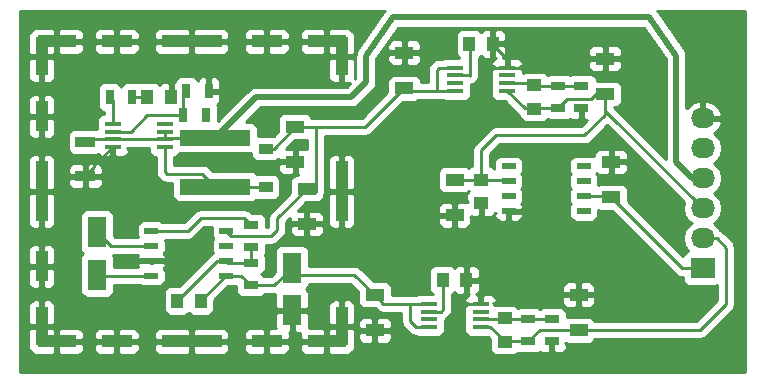
<source format=gtl>
G04 #@! TF.FileFunction,Copper,L1,Top,Signal*
%FSLAX46Y46*%
G04 Gerber Fmt 4.6, Leading zero omitted, Abs format (unit mm)*
G04 Created by KiCad (PCBNEW (2014-11-17 BZR 5289)-product) date Mon 10 Aug 2015 05:49:24 PM EDT*
%MOMM*%
G01*
G04 APERTURE LIST*
%ADD10C,0.100000*%
%ADD11R,1.700000X0.900000*%
%ADD12R,1.220000X0.910000*%
%ADD13R,6.000000X1.350000*%
%ADD14R,2.032000X1.727200*%
%ADD15O,2.032000X1.727200*%
%ADD16R,3.300000X1.000000*%
%ADD17R,1.000000X3.300000*%
%ADD18R,1.000000X5.100000*%
%ADD19R,5.100000X1.000000*%
%ADD20R,1.000000X2.600000*%
%ADD21R,2.600000X1.000000*%
%ADD22R,0.700000X1.300000*%
%ADD23R,1.300000X0.700000*%
%ADD24R,1.450000X0.450000*%
%ADD25R,1.143000X0.508000*%
%ADD26R,1.600200X2.600960*%
%ADD27R,1.000000X1.250000*%
%ADD28R,1.600000X1.000000*%
%ADD29R,1.250000X1.000000*%
%ADD30C,0.889000*%
%ADD31C,0.254000*%
%ADD32C,0.500000*%
G04 APERTURE END LIST*
D10*
D11*
X156000000Y-126300000D03*
X156000000Y-129200000D03*
D12*
X171250000Y-130135000D03*
X171250000Y-126865000D03*
D13*
X167000000Y-125960000D03*
X167000000Y-130100000D03*
D14*
X208250000Y-137000000D03*
D15*
X208250000Y-134460000D03*
X208250000Y-131920000D03*
X208250000Y-129380000D03*
X208250000Y-126840000D03*
X208250000Y-124300000D03*
D16*
X153570000Y-143200000D03*
X176430000Y-143200000D03*
X176430000Y-117800000D03*
X153570000Y-117800000D03*
D17*
X177700000Y-119070000D03*
X177700000Y-141930000D03*
X152300000Y-141930000D03*
X152300000Y-119070000D03*
D18*
X152300000Y-130500000D03*
X177700000Y-130500000D03*
D19*
X165000000Y-117800000D03*
X165000000Y-143200000D03*
D20*
X177700000Y-119070000D03*
X177700000Y-141930000D03*
X152300000Y-136850000D03*
X152300000Y-124150000D03*
D21*
X158650000Y-143200000D03*
X158650000Y-117800000D03*
X171350000Y-117800000D03*
X171350000Y-143200000D03*
D22*
X158050000Y-122500000D03*
X159950000Y-122500000D03*
X166200000Y-124000000D03*
X164300000Y-124000000D03*
X164550000Y-122000000D03*
X166450000Y-122000000D03*
D23*
X196000000Y-123450000D03*
X196000000Y-121550000D03*
X198000000Y-121550000D03*
X198000000Y-123450000D03*
X193500000Y-143200000D03*
X193500000Y-141300000D03*
X195500000Y-141300000D03*
X195500000Y-143200000D03*
X170000000Y-135200000D03*
X170000000Y-133300000D03*
X170000000Y-138450000D03*
X170000000Y-136550000D03*
D24*
X158300000Y-124775000D03*
X158300000Y-125425000D03*
X158300000Y-126075000D03*
X158300000Y-126725000D03*
X162700000Y-126725000D03*
X162700000Y-126075000D03*
X162700000Y-125425000D03*
X162700000Y-124775000D03*
X191700000Y-121975000D03*
X191700000Y-121325000D03*
X191700000Y-120675000D03*
X191700000Y-120025000D03*
X187300000Y-120025000D03*
X187300000Y-120675000D03*
X187300000Y-121325000D03*
X187300000Y-121975000D03*
X189450000Y-141975000D03*
X189450000Y-141325000D03*
X189450000Y-140675000D03*
X189450000Y-140025000D03*
X185050000Y-140025000D03*
X185050000Y-140675000D03*
X185050000Y-141325000D03*
X185050000Y-141975000D03*
D25*
X198175000Y-128345000D03*
X198175000Y-129615000D03*
X198175000Y-130885000D03*
X198175000Y-132155000D03*
X191825000Y-132155000D03*
X191825000Y-130885000D03*
X191825000Y-129615000D03*
X191825000Y-128345000D03*
D26*
X157000000Y-133949140D03*
X157000000Y-137550860D03*
D25*
X167925000Y-133845000D03*
X167925000Y-135115000D03*
X167925000Y-136385000D03*
X167925000Y-137655000D03*
X161575000Y-137655000D03*
X161575000Y-136385000D03*
X161575000Y-135115000D03*
X161575000Y-133845000D03*
D27*
X161250000Y-122500000D03*
X163250000Y-122500000D03*
D28*
X174750000Y-130250000D03*
X174750000Y-133250000D03*
X173750000Y-125000000D03*
X173750000Y-128000000D03*
X183000000Y-121750000D03*
X183000000Y-118750000D03*
X180500000Y-139250000D03*
X180500000Y-142250000D03*
X187250000Y-129500000D03*
X187250000Y-132500000D03*
D29*
X189500000Y-129500000D03*
X189500000Y-131500000D03*
X194000000Y-123500000D03*
X194000000Y-121500000D03*
D27*
X188500000Y-118000000D03*
X190500000Y-118000000D03*
D28*
X200500000Y-131000000D03*
X200500000Y-128000000D03*
D27*
X186250000Y-138000000D03*
X188250000Y-138000000D03*
D29*
X191500000Y-143250000D03*
X191500000Y-141250000D03*
D28*
X200000000Y-122250000D03*
X200000000Y-119250000D03*
D27*
X165750000Y-139750000D03*
X163750000Y-139750000D03*
D26*
X173500000Y-140550860D03*
X173500000Y-136949140D03*
D28*
X197750000Y-142250000D03*
X197750000Y-139250000D03*
D30*
X164250000Y-136500000D03*
X165750000Y-135250000D03*
X160500000Y-127250000D03*
D31*
X161575000Y-135115000D02*
X158165860Y-135115000D01*
X158165860Y-135115000D02*
X157000000Y-133949140D01*
X161575000Y-137655000D02*
X157104140Y-137655000D01*
X157104140Y-137655000D02*
X157000000Y-137550860D01*
X156225000Y-126075000D02*
X158300000Y-126075000D01*
X156000000Y-126300000D02*
X156225000Y-126075000D01*
X162700000Y-125425000D02*
X162700000Y-126075000D01*
X162700000Y-126075000D02*
X158300000Y-126075000D01*
X162815000Y-125960000D02*
X162700000Y-126075000D01*
X167000000Y-125960000D02*
X162815000Y-125960000D01*
X208250000Y-129380000D02*
X207630000Y-129380000D01*
D32*
X206000000Y-128000000D02*
X206000000Y-119000000D01*
X206000000Y-119000000D02*
X203750000Y-115750000D01*
X203750000Y-115750000D02*
X182000000Y-115750000D01*
X182000000Y-115750000D02*
X179750000Y-119000000D01*
X179750000Y-119000000D02*
X179750000Y-121250000D01*
X179750000Y-121250000D02*
X178500000Y-122500000D01*
X178500000Y-122500000D02*
X170460000Y-122500000D01*
X170460000Y-122500000D02*
X167000000Y-125960000D01*
X207380000Y-129380000D02*
X206000000Y-128000000D01*
X208250000Y-129380000D02*
X207380000Y-129380000D01*
D31*
X156750000Y-128450000D02*
X156750000Y-128275000D01*
X156750000Y-128275000D02*
X158300000Y-126725000D01*
X156000000Y-129200000D02*
X156750000Y-128450000D01*
X188275000Y-140025000D02*
X188250000Y-140000000D01*
X189450000Y-140025000D02*
X188275000Y-140025000D01*
X191700000Y-119250000D02*
X190450000Y-118000000D01*
X191700000Y-120025000D02*
X191700000Y-119250000D01*
X190525000Y-120025000D02*
X190500000Y-120000000D01*
X191700000Y-120025000D02*
X190525000Y-120025000D01*
X193950000Y-119300000D02*
X193225000Y-120025000D01*
X193225000Y-120025000D02*
X191700000Y-120025000D01*
X200000000Y-119300000D02*
X193950000Y-119300000D01*
X190225000Y-120025000D02*
X190000000Y-120250000D01*
X190000000Y-120250000D02*
X190000000Y-124250000D01*
X190000000Y-124250000D02*
X190500000Y-124750000D01*
X190500000Y-124750000D02*
X197750000Y-124750000D01*
X197750000Y-124750000D02*
X198000000Y-124500000D01*
X198000000Y-124500000D02*
X198000000Y-123450000D01*
X191700000Y-120025000D02*
X190225000Y-120025000D01*
X159950000Y-122500000D02*
X161300000Y-122500000D01*
X174750000Y-130250000D02*
X172250000Y-132750000D01*
X168330000Y-134250000D02*
X167925000Y-133845000D01*
X171750000Y-134250000D02*
X168330000Y-134250000D01*
X172250000Y-133750000D02*
X171750000Y-134250000D01*
X172250000Y-132750000D02*
X172250000Y-133750000D01*
X171935000Y-126865000D02*
X171250000Y-126865000D01*
X173750000Y-125050000D02*
X171935000Y-126865000D01*
X173800000Y-125000000D02*
X175500000Y-125000000D01*
X173750000Y-125050000D02*
X173800000Y-125000000D01*
X175500000Y-130550000D02*
X175500000Y-125000000D01*
X187275000Y-122000000D02*
X187300000Y-121975000D01*
X185750000Y-122000000D02*
X185000000Y-122000000D01*
X187275000Y-122000000D02*
X185750000Y-122000000D01*
X185975000Y-120025000D02*
X185750000Y-120250000D01*
X185750000Y-120250000D02*
X185750000Y-122000000D01*
X187300000Y-120025000D02*
X185975000Y-120025000D01*
X183275000Y-121975000D02*
X183000000Y-121700000D01*
X187300000Y-121975000D02*
X183275000Y-121975000D01*
X182650000Y-122050000D02*
X183000000Y-121700000D01*
X179700000Y-125000000D02*
X179000000Y-125000000D01*
X179000000Y-125000000D02*
X175500000Y-125000000D01*
X183000000Y-121700000D02*
X179700000Y-125000000D01*
X170000000Y-138450000D02*
X171999140Y-138450000D01*
X171999140Y-138450000D02*
X173500000Y-136949140D01*
X167925000Y-137655000D02*
X169205000Y-137655000D01*
X169205000Y-137655000D02*
X170000000Y-138450000D01*
X167925000Y-137655000D02*
X167845000Y-137655000D01*
X167845000Y-137655000D02*
X165750000Y-139750000D01*
X183975000Y-141975000D02*
X183500000Y-141500000D01*
X183500000Y-141500000D02*
X183500000Y-140000000D01*
X183500000Y-140000000D02*
X183525000Y-140025000D01*
X183525000Y-140025000D02*
X185050000Y-140025000D01*
X185050000Y-141975000D02*
X183975000Y-141975000D01*
X181225000Y-140025000D02*
X180500000Y-139300000D01*
X183525000Y-140025000D02*
X181225000Y-140025000D01*
X180500000Y-139300000D02*
X178750000Y-137550000D01*
X173500000Y-137550000D02*
X173550000Y-137500000D01*
X178750000Y-137550000D02*
X173500000Y-137550000D01*
X198800000Y-122700000D02*
X199500000Y-122000000D01*
X193175000Y-123450000D02*
X194000000Y-123450000D01*
X191700000Y-121975000D02*
X193175000Y-123450000D01*
X194000000Y-123450000D02*
X196000000Y-123450000D01*
X196750000Y-122700000D02*
X198800000Y-122700000D01*
X196000000Y-123450000D02*
X196750000Y-122700000D01*
X191760000Y-129550000D02*
X189500000Y-129550000D01*
X191825000Y-129615000D02*
X191760000Y-129550000D01*
X189500000Y-129550000D02*
X187250000Y-129550000D01*
X200000000Y-124000000D02*
X198250000Y-125750000D01*
X198250000Y-125750000D02*
X190750000Y-125750000D01*
X190750000Y-125750000D02*
X189500000Y-127000000D01*
X189500000Y-127000000D02*
X189500000Y-129550000D01*
X200000000Y-122200000D02*
X200000000Y-124000000D01*
X208250000Y-131920000D02*
X207670000Y-131920000D01*
X200000000Y-123670000D02*
X208250000Y-131920000D01*
X200000000Y-122200000D02*
X200000000Y-123670000D01*
X193775000Y-121325000D02*
X191700000Y-121325000D01*
X194000000Y-121550000D02*
X193775000Y-121325000D01*
X196000000Y-121550000D02*
X194000000Y-121550000D01*
X198000000Y-121550000D02*
X196000000Y-121550000D01*
X188550000Y-120700000D02*
X188525000Y-120675000D01*
X188525000Y-120675000D02*
X187300000Y-120675000D01*
X188550000Y-118000000D02*
X188550000Y-120700000D01*
X200435000Y-130885000D02*
X198175000Y-130885000D01*
X200500000Y-130950000D02*
X200435000Y-130885000D01*
X206550000Y-137000000D02*
X208250000Y-137000000D01*
X200500000Y-130950000D02*
X206550000Y-137000000D01*
X186300000Y-140450000D02*
X186075000Y-140675000D01*
X186075000Y-140675000D02*
X185050000Y-140675000D01*
X186300000Y-138000000D02*
X186300000Y-140450000D01*
X197750000Y-142200000D02*
X194500000Y-142200000D01*
X208050000Y-142200000D02*
X210250000Y-140000000D01*
X210250000Y-140000000D02*
X210250000Y-135250000D01*
X210250000Y-135250000D02*
X209460000Y-134460000D01*
X197750000Y-142200000D02*
X208050000Y-142200000D01*
X190275000Y-141975000D02*
X191500000Y-143200000D01*
X189450000Y-141975000D02*
X190275000Y-141975000D01*
X193500000Y-143200000D02*
X191500000Y-143200000D01*
X194500000Y-142200000D02*
X193500000Y-143200000D01*
X209460000Y-134460000D02*
X208250000Y-134460000D01*
X191500000Y-141300000D02*
X193500000Y-141300000D01*
X191475000Y-141325000D02*
X191500000Y-141300000D01*
X189450000Y-141325000D02*
X191475000Y-141325000D01*
X193500000Y-141300000D02*
X193600000Y-141300000D01*
X195500000Y-141300000D02*
X193500000Y-141300000D01*
X162700000Y-128815000D02*
X162885000Y-129000000D01*
X162700000Y-126725000D02*
X162700000Y-128815000D01*
X165900000Y-129000000D02*
X167000000Y-130100000D01*
X162885000Y-129000000D02*
X165900000Y-129000000D01*
X167035000Y-130135000D02*
X167000000Y-130100000D01*
X171250000Y-130135000D02*
X167035000Y-130135000D01*
X158300000Y-122750000D02*
X158050000Y-122500000D01*
X158300000Y-124775000D02*
X158300000Y-122750000D01*
X159825000Y-125425000D02*
X161250000Y-124000000D01*
X161250000Y-124000000D02*
X164300000Y-124000000D01*
X158300000Y-125425000D02*
X159825000Y-125425000D01*
X164300000Y-122250000D02*
X164550000Y-122000000D01*
X164300000Y-124000000D02*
X164300000Y-122250000D01*
X161575000Y-133845000D02*
X164655000Y-133845000D01*
X169450000Y-132750000D02*
X170000000Y-133300000D01*
X165750000Y-132750000D02*
X169450000Y-132750000D01*
X164655000Y-133845000D02*
X165750000Y-132750000D01*
X167925000Y-136385000D02*
X167115000Y-136385000D01*
X167115000Y-136385000D02*
X163750000Y-139750000D01*
X170000000Y-136550000D02*
X168090000Y-136550000D01*
X168090000Y-136550000D02*
X167925000Y-136385000D01*
X170000000Y-135200000D02*
X170000000Y-136550000D01*
G36*
X211815000Y-145815000D02*
X196785000Y-145815000D01*
X181935000Y-145815000D01*
X181935000Y-142876309D01*
X181935000Y-142535750D01*
X181935000Y-141964250D01*
X181935000Y-141623691D01*
X181838327Y-141390302D01*
X181659699Y-141211673D01*
X181426310Y-141115000D01*
X181173691Y-141115000D01*
X180785750Y-141115000D01*
X180627000Y-141273750D01*
X180627000Y-142123000D01*
X181776250Y-142123000D01*
X181935000Y-141964250D01*
X181935000Y-142535750D01*
X181776250Y-142377000D01*
X180627000Y-142377000D01*
X180627000Y-143226250D01*
X180785750Y-143385000D01*
X181173691Y-143385000D01*
X181426310Y-143385000D01*
X181659699Y-143288327D01*
X181838327Y-143109698D01*
X181935000Y-142876309D01*
X181935000Y-145815000D01*
X180373000Y-145815000D01*
X180373000Y-143226250D01*
X180373000Y-142377000D01*
X180373000Y-142123000D01*
X180373000Y-141273750D01*
X180214250Y-141115000D01*
X179826309Y-141115000D01*
X179573690Y-141115000D01*
X179340301Y-141211673D01*
X179161673Y-141390302D01*
X179065000Y-141623691D01*
X179065000Y-141964250D01*
X179223750Y-142123000D01*
X180373000Y-142123000D01*
X180373000Y-142377000D01*
X179223750Y-142377000D01*
X179065000Y-142535750D01*
X179065000Y-142876309D01*
X179161673Y-143109698D01*
X179340301Y-143288327D01*
X179573690Y-143385000D01*
X179826309Y-143385000D01*
X180214250Y-143385000D01*
X180373000Y-143226250D01*
X180373000Y-145815000D01*
X178835000Y-145815000D01*
X178835000Y-143706310D01*
X178835000Y-143453691D01*
X178835000Y-143356310D01*
X178835000Y-143103691D01*
X178835000Y-142215750D01*
X178835000Y-141644250D01*
X178835000Y-140756309D01*
X178835000Y-140503690D01*
X178835000Y-140406309D01*
X178835000Y-140153690D01*
X178738327Y-139920301D01*
X178559698Y-139741673D01*
X178326309Y-139645000D01*
X177985750Y-139645000D01*
X177827000Y-139803750D01*
X177827000Y-140153750D01*
X177827000Y-141803000D01*
X178676250Y-141803000D01*
X178835000Y-141644250D01*
X178835000Y-142215750D01*
X178676250Y-142057000D01*
X177827000Y-142057000D01*
X177827000Y-142065000D01*
X177573000Y-142065000D01*
X177573000Y-142057000D01*
X177573000Y-141803000D01*
X177573000Y-140153750D01*
X177573000Y-139803750D01*
X177414250Y-139645000D01*
X177073691Y-139645000D01*
X176840302Y-139741673D01*
X176661673Y-139920301D01*
X176565000Y-140153690D01*
X176565000Y-140406309D01*
X176565000Y-140503690D01*
X176565000Y-140756309D01*
X176565000Y-141644250D01*
X176723750Y-141803000D01*
X177573000Y-141803000D01*
X177573000Y-142057000D01*
X176723750Y-142057000D01*
X176715750Y-142065000D01*
X176565000Y-142215750D01*
X176557000Y-142223750D01*
X176557000Y-143073000D01*
X176565000Y-143073000D01*
X176565000Y-143103691D01*
X176565000Y-143327000D01*
X176557000Y-143327000D01*
X176557000Y-144176250D01*
X176715750Y-144335000D01*
X178206309Y-144335000D01*
X178439698Y-144238327D01*
X178559698Y-144118327D01*
X178618327Y-144059699D01*
X178618327Y-144059697D01*
X178738327Y-143939699D01*
X178835000Y-143706310D01*
X178835000Y-145815000D01*
X176303000Y-145815000D01*
X176303000Y-144176250D01*
X176303000Y-143327000D01*
X176303000Y-143073000D01*
X176303000Y-142223750D01*
X176144250Y-142065000D01*
X174898917Y-142065000D01*
X174935100Y-141977649D01*
X174935100Y-140836610D01*
X174776350Y-140677860D01*
X173627000Y-140677860D01*
X173627000Y-142327590D01*
X173785750Y-142486340D01*
X174173791Y-142486340D01*
X174181181Y-142486340D01*
X174145000Y-142573690D01*
X174145000Y-142826309D01*
X174145000Y-142914250D01*
X174303750Y-143073000D01*
X176303000Y-143073000D01*
X176303000Y-143327000D01*
X174303750Y-143327000D01*
X174145000Y-143485750D01*
X174145000Y-143573691D01*
X174145000Y-143826310D01*
X174241673Y-144059699D01*
X174420302Y-144238327D01*
X174653691Y-144335000D01*
X176144250Y-144335000D01*
X176303000Y-144176250D01*
X176303000Y-145815000D01*
X173373000Y-145815000D01*
X173373000Y-142327590D01*
X173373000Y-140677860D01*
X172223650Y-140677860D01*
X172064900Y-140836610D01*
X172064900Y-141977649D01*
X172101082Y-142065000D01*
X171635750Y-142065000D01*
X171477000Y-142223750D01*
X171477000Y-143073000D01*
X173126250Y-143073000D01*
X173285000Y-142914250D01*
X173285000Y-142826309D01*
X173285000Y-142573690D01*
X173238693Y-142461896D01*
X173373000Y-142327590D01*
X173373000Y-145815000D01*
X173285000Y-145815000D01*
X173285000Y-143826310D01*
X173285000Y-143573691D01*
X173285000Y-143485750D01*
X173126250Y-143327000D01*
X171477000Y-143327000D01*
X171477000Y-144176250D01*
X171635750Y-144335000D01*
X172776309Y-144335000D01*
X173009698Y-144238327D01*
X173188327Y-144059699D01*
X173285000Y-143826310D01*
X173285000Y-145815000D01*
X171223000Y-145815000D01*
X171223000Y-144176250D01*
X171223000Y-143327000D01*
X171223000Y-143073000D01*
X171223000Y-142223750D01*
X171064250Y-142065000D01*
X169923691Y-142065000D01*
X169690302Y-142161673D01*
X169511673Y-142340301D01*
X169415000Y-142573690D01*
X169415000Y-142826309D01*
X169415000Y-142914250D01*
X169573750Y-143073000D01*
X171223000Y-143073000D01*
X171223000Y-143327000D01*
X169573750Y-143327000D01*
X169415000Y-143485750D01*
X169415000Y-143573691D01*
X169415000Y-143826310D01*
X169511673Y-144059699D01*
X169690302Y-144238327D01*
X169923691Y-144335000D01*
X171064250Y-144335000D01*
X171223000Y-144176250D01*
X171223000Y-145815000D01*
X168185000Y-145815000D01*
X168185000Y-143826310D01*
X168185000Y-143573691D01*
X168185000Y-143485750D01*
X168185000Y-142914250D01*
X168185000Y-142826309D01*
X168185000Y-142573690D01*
X168088327Y-142340301D01*
X167909698Y-142161673D01*
X167676309Y-142065000D01*
X165285750Y-142065000D01*
X165127000Y-142223750D01*
X165127000Y-143073000D01*
X168026250Y-143073000D01*
X168185000Y-142914250D01*
X168185000Y-143485750D01*
X168026250Y-143327000D01*
X165127000Y-143327000D01*
X165127000Y-144176250D01*
X165285750Y-144335000D01*
X167676309Y-144335000D01*
X167909698Y-144238327D01*
X168088327Y-144059699D01*
X168185000Y-143826310D01*
X168185000Y-145815000D01*
X164873000Y-145815000D01*
X164873000Y-144176250D01*
X164873000Y-143327000D01*
X164873000Y-143073000D01*
X164873000Y-142223750D01*
X164714250Y-142065000D01*
X162323691Y-142065000D01*
X162090302Y-142161673D01*
X161911673Y-142340301D01*
X161815000Y-142573690D01*
X161815000Y-142826309D01*
X161815000Y-142914250D01*
X161973750Y-143073000D01*
X164873000Y-143073000D01*
X164873000Y-143327000D01*
X161973750Y-143327000D01*
X161815000Y-143485750D01*
X161815000Y-143573691D01*
X161815000Y-143826310D01*
X161911673Y-144059699D01*
X162090302Y-144238327D01*
X162323691Y-144335000D01*
X164714250Y-144335000D01*
X164873000Y-144176250D01*
X164873000Y-145815000D01*
X160585000Y-145815000D01*
X160585000Y-143826310D01*
X160585000Y-143573691D01*
X160585000Y-143485750D01*
X160585000Y-142914250D01*
X160585000Y-142826309D01*
X160585000Y-142573690D01*
X160488327Y-142340301D01*
X160309698Y-142161673D01*
X160076309Y-142065000D01*
X158935750Y-142065000D01*
X158777000Y-142223750D01*
X158777000Y-143073000D01*
X160426250Y-143073000D01*
X160585000Y-142914250D01*
X160585000Y-143485750D01*
X160426250Y-143327000D01*
X158777000Y-143327000D01*
X158777000Y-144176250D01*
X158935750Y-144335000D01*
X160076309Y-144335000D01*
X160309698Y-144238327D01*
X160488327Y-144059699D01*
X160585000Y-143826310D01*
X160585000Y-145815000D01*
X158523000Y-145815000D01*
X158523000Y-144176250D01*
X158523000Y-143327000D01*
X158523000Y-143073000D01*
X158523000Y-142223750D01*
X158364250Y-142065000D01*
X157223691Y-142065000D01*
X156990302Y-142161673D01*
X156811673Y-142340301D01*
X156715000Y-142573690D01*
X156715000Y-142826309D01*
X156715000Y-142914250D01*
X156873750Y-143073000D01*
X158523000Y-143073000D01*
X158523000Y-143327000D01*
X156873750Y-143327000D01*
X156715000Y-143485750D01*
X156715000Y-143573691D01*
X156715000Y-143826310D01*
X156811673Y-144059699D01*
X156990302Y-144238327D01*
X157223691Y-144335000D01*
X158364250Y-144335000D01*
X158523000Y-144176250D01*
X158523000Y-145815000D01*
X155855000Y-145815000D01*
X155855000Y-143826310D01*
X155855000Y-143573691D01*
X155855000Y-143485750D01*
X155855000Y-142914250D01*
X155855000Y-142826309D01*
X155855000Y-142573690D01*
X155758327Y-142340301D01*
X155579698Y-142161673D01*
X155346309Y-142065000D01*
X153855750Y-142065000D01*
X153697000Y-142223750D01*
X153697000Y-143073000D01*
X155696250Y-143073000D01*
X155855000Y-142914250D01*
X155855000Y-143485750D01*
X155696250Y-143327000D01*
X153697000Y-143327000D01*
X153697000Y-144176250D01*
X153855750Y-144335000D01*
X155346309Y-144335000D01*
X155579698Y-144238327D01*
X155758327Y-144059699D01*
X155855000Y-143826310D01*
X155855000Y-145815000D01*
X153443000Y-145815000D01*
X153443000Y-144176250D01*
X153443000Y-143327000D01*
X153435000Y-143327000D01*
X153435000Y-143073000D01*
X153443000Y-143073000D01*
X153443000Y-142223750D01*
X153443000Y-118776250D01*
X153443000Y-117927000D01*
X153435000Y-117927000D01*
X153435000Y-117673000D01*
X153443000Y-117673000D01*
X153443000Y-116823750D01*
X153284250Y-116665000D01*
X151793691Y-116665000D01*
X151560302Y-116761673D01*
X151381673Y-116940301D01*
X151381672Y-116940302D01*
X151261673Y-117060301D01*
X151165000Y-117293690D01*
X151165000Y-117546309D01*
X151165000Y-118784250D01*
X151323750Y-118943000D01*
X152173000Y-118943000D01*
X152173000Y-118935000D01*
X152427000Y-118935000D01*
X152427000Y-118943000D01*
X153276250Y-118943000D01*
X153284250Y-118935000D01*
X153435000Y-118784250D01*
X153443000Y-118776250D01*
X153443000Y-142223750D01*
X153435000Y-142215750D01*
X153435000Y-141644250D01*
X153435000Y-140406309D01*
X153435000Y-140153690D01*
X153435000Y-138276310D01*
X153435000Y-138023691D01*
X153435000Y-137135750D01*
X153435000Y-136564250D01*
X153435000Y-135676309D01*
X153435000Y-135423690D01*
X153435000Y-133176310D01*
X153435000Y-132923691D01*
X153435000Y-130785750D01*
X153435000Y-130214250D01*
X153435000Y-128076309D01*
X153435000Y-127823690D01*
X153435000Y-125576310D01*
X153435000Y-125323691D01*
X153435000Y-124435750D01*
X153435000Y-123864250D01*
X153435000Y-122976309D01*
X153435000Y-122723690D01*
X153435000Y-120846310D01*
X153435000Y-120593691D01*
X153435000Y-119355750D01*
X153276250Y-119197000D01*
X152427000Y-119197000D01*
X152427000Y-121196250D01*
X152585750Y-121355000D01*
X152926309Y-121355000D01*
X153159698Y-121258327D01*
X153338327Y-121079699D01*
X153435000Y-120846310D01*
X153435000Y-122723690D01*
X153338327Y-122490301D01*
X153159698Y-122311673D01*
X152926309Y-122215000D01*
X152585750Y-122215000D01*
X152427000Y-122373750D01*
X152427000Y-124023000D01*
X153276250Y-124023000D01*
X153435000Y-123864250D01*
X153435000Y-124435750D01*
X153276250Y-124277000D01*
X152427000Y-124277000D01*
X152427000Y-125926250D01*
X152585750Y-126085000D01*
X152926309Y-126085000D01*
X153159698Y-125988327D01*
X153338327Y-125809699D01*
X153435000Y-125576310D01*
X153435000Y-127823690D01*
X153338327Y-127590301D01*
X153159698Y-127411673D01*
X152926309Y-127315000D01*
X152585750Y-127315000D01*
X152427000Y-127473750D01*
X152427000Y-130373000D01*
X153276250Y-130373000D01*
X153435000Y-130214250D01*
X153435000Y-130785750D01*
X153276250Y-130627000D01*
X152427000Y-130627000D01*
X152427000Y-133526250D01*
X152585750Y-133685000D01*
X152926309Y-133685000D01*
X153159698Y-133588327D01*
X153338327Y-133409699D01*
X153435000Y-133176310D01*
X153435000Y-135423690D01*
X153338327Y-135190301D01*
X153159698Y-135011673D01*
X152926309Y-134915000D01*
X152585750Y-134915000D01*
X152427000Y-135073750D01*
X152427000Y-136723000D01*
X153276250Y-136723000D01*
X153435000Y-136564250D01*
X153435000Y-137135750D01*
X153276250Y-136977000D01*
X152427000Y-136977000D01*
X152427000Y-138626250D01*
X152585750Y-138785000D01*
X152926309Y-138785000D01*
X153159698Y-138688327D01*
X153338327Y-138509699D01*
X153435000Y-138276310D01*
X153435000Y-140153690D01*
X153338327Y-139920301D01*
X153159698Y-139741673D01*
X152926309Y-139645000D01*
X152585750Y-139645000D01*
X152427000Y-139803750D01*
X152427000Y-141803000D01*
X153276250Y-141803000D01*
X153435000Y-141644250D01*
X153435000Y-142215750D01*
X153284250Y-142065000D01*
X153276250Y-142057000D01*
X152427000Y-142057000D01*
X152427000Y-142065000D01*
X152173000Y-142065000D01*
X152173000Y-142057000D01*
X152173000Y-141803000D01*
X152173000Y-139803750D01*
X152173000Y-138626250D01*
X152173000Y-136977000D01*
X152173000Y-136723000D01*
X152173000Y-135073750D01*
X152173000Y-133526250D01*
X152173000Y-130627000D01*
X152173000Y-130373000D01*
X152173000Y-127473750D01*
X152173000Y-125926250D01*
X152173000Y-124277000D01*
X152173000Y-124023000D01*
X152173000Y-122373750D01*
X152173000Y-121196250D01*
X152173000Y-119197000D01*
X151323750Y-119197000D01*
X151165000Y-119355750D01*
X151165000Y-120593691D01*
X151165000Y-120846310D01*
X151261673Y-121079699D01*
X151440302Y-121258327D01*
X151673691Y-121355000D01*
X152014250Y-121355000D01*
X152173000Y-121196250D01*
X152173000Y-122373750D01*
X152014250Y-122215000D01*
X151673691Y-122215000D01*
X151440302Y-122311673D01*
X151261673Y-122490301D01*
X151165000Y-122723690D01*
X151165000Y-122976309D01*
X151165000Y-123864250D01*
X151323750Y-124023000D01*
X152173000Y-124023000D01*
X152173000Y-124277000D01*
X151323750Y-124277000D01*
X151165000Y-124435750D01*
X151165000Y-125323691D01*
X151165000Y-125576310D01*
X151261673Y-125809699D01*
X151440302Y-125988327D01*
X151673691Y-126085000D01*
X152014250Y-126085000D01*
X152173000Y-125926250D01*
X152173000Y-127473750D01*
X152014250Y-127315000D01*
X151673691Y-127315000D01*
X151440302Y-127411673D01*
X151261673Y-127590301D01*
X151165000Y-127823690D01*
X151165000Y-128076309D01*
X151165000Y-130214250D01*
X151323750Y-130373000D01*
X152173000Y-130373000D01*
X152173000Y-130627000D01*
X151323750Y-130627000D01*
X151165000Y-130785750D01*
X151165000Y-132923691D01*
X151165000Y-133176310D01*
X151261673Y-133409699D01*
X151440302Y-133588327D01*
X151673691Y-133685000D01*
X152014250Y-133685000D01*
X152173000Y-133526250D01*
X152173000Y-135073750D01*
X152014250Y-134915000D01*
X151673691Y-134915000D01*
X151440302Y-135011673D01*
X151261673Y-135190301D01*
X151165000Y-135423690D01*
X151165000Y-135676309D01*
X151165000Y-136564250D01*
X151323750Y-136723000D01*
X152173000Y-136723000D01*
X152173000Y-136977000D01*
X151323750Y-136977000D01*
X151165000Y-137135750D01*
X151165000Y-138023691D01*
X151165000Y-138276310D01*
X151261673Y-138509699D01*
X151440302Y-138688327D01*
X151673691Y-138785000D01*
X152014250Y-138785000D01*
X152173000Y-138626250D01*
X152173000Y-139803750D01*
X152014250Y-139645000D01*
X151673691Y-139645000D01*
X151440302Y-139741673D01*
X151261673Y-139920301D01*
X151165000Y-140153690D01*
X151165000Y-140406309D01*
X151165000Y-141644250D01*
X151323750Y-141803000D01*
X152173000Y-141803000D01*
X152173000Y-142057000D01*
X151323750Y-142057000D01*
X151165000Y-142215750D01*
X151165000Y-143453691D01*
X151165000Y-143706310D01*
X151261673Y-143939699D01*
X151381672Y-144059697D01*
X151381673Y-144059699D01*
X151440302Y-144118327D01*
X151560302Y-144238327D01*
X151793691Y-144335000D01*
X153284250Y-144335000D01*
X153443000Y-144176250D01*
X153443000Y-145815000D01*
X150435000Y-145815000D01*
X150435000Y-115185000D01*
X181333591Y-115185000D01*
X181329801Y-115190671D01*
X181272360Y-115246249D01*
X179022360Y-118496249D01*
X178984805Y-118582844D01*
X178932367Y-118661325D01*
X178916773Y-118739718D01*
X178884971Y-118813051D01*
X178883413Y-118907428D01*
X178865000Y-119000000D01*
X178865000Y-120883420D01*
X178787545Y-120960875D01*
X178835000Y-120846310D01*
X178835000Y-120593691D01*
X178835000Y-120496310D01*
X178835000Y-120243691D01*
X178835000Y-119355750D01*
X178835000Y-118784250D01*
X178835000Y-117896309D01*
X178835000Y-117643690D01*
X178835000Y-117546309D01*
X178835000Y-117293690D01*
X178738327Y-117060301D01*
X178618327Y-116940302D01*
X178618327Y-116940301D01*
X178559698Y-116881673D01*
X178439698Y-116761673D01*
X178206309Y-116665000D01*
X176715750Y-116665000D01*
X176557000Y-116823750D01*
X176557000Y-117673000D01*
X176565000Y-117673000D01*
X176565000Y-117896309D01*
X176565000Y-117927000D01*
X176557000Y-117927000D01*
X176557000Y-118776250D01*
X176565000Y-118784250D01*
X176715750Y-118935000D01*
X176723750Y-118943000D01*
X177573000Y-118943000D01*
X177573000Y-118935000D01*
X177827000Y-118935000D01*
X177827000Y-118943000D01*
X178676250Y-118943000D01*
X178835000Y-118784250D01*
X178835000Y-119355750D01*
X178676250Y-119197000D01*
X177827000Y-119197000D01*
X177827000Y-120846250D01*
X177827000Y-121196250D01*
X177985750Y-121355000D01*
X178326309Y-121355000D01*
X178440875Y-121307544D01*
X178133420Y-121615000D01*
X177573000Y-121615000D01*
X177573000Y-121196250D01*
X177573000Y-120846250D01*
X177573000Y-119197000D01*
X176723750Y-119197000D01*
X176565000Y-119355750D01*
X176565000Y-120243691D01*
X176565000Y-120496310D01*
X176565000Y-120593691D01*
X176565000Y-120846310D01*
X176661673Y-121079699D01*
X176840302Y-121258327D01*
X177073691Y-121355000D01*
X177414250Y-121355000D01*
X177573000Y-121196250D01*
X177573000Y-121615000D01*
X176303000Y-121615000D01*
X176303000Y-118776250D01*
X176303000Y-117927000D01*
X176303000Y-117673000D01*
X176303000Y-116823750D01*
X176144250Y-116665000D01*
X174653691Y-116665000D01*
X174420302Y-116761673D01*
X174241673Y-116940301D01*
X174145000Y-117173690D01*
X174145000Y-117426309D01*
X174145000Y-117514250D01*
X174303750Y-117673000D01*
X176303000Y-117673000D01*
X176303000Y-117927000D01*
X174303750Y-117927000D01*
X174145000Y-118085750D01*
X174145000Y-118173691D01*
X174145000Y-118426310D01*
X174241673Y-118659699D01*
X174420302Y-118838327D01*
X174653691Y-118935000D01*
X176144250Y-118935000D01*
X176303000Y-118776250D01*
X176303000Y-121615000D01*
X173285000Y-121615000D01*
X173285000Y-118426310D01*
X173285000Y-118173691D01*
X173285000Y-118085750D01*
X173285000Y-117514250D01*
X173285000Y-117426309D01*
X173285000Y-117173690D01*
X173188327Y-116940301D01*
X173009698Y-116761673D01*
X172776309Y-116665000D01*
X171635750Y-116665000D01*
X171477000Y-116823750D01*
X171477000Y-117673000D01*
X173126250Y-117673000D01*
X173285000Y-117514250D01*
X173285000Y-118085750D01*
X173126250Y-117927000D01*
X171477000Y-117927000D01*
X171477000Y-118776250D01*
X171635750Y-118935000D01*
X172776309Y-118935000D01*
X173009698Y-118838327D01*
X173188327Y-118659699D01*
X173285000Y-118426310D01*
X173285000Y-121615000D01*
X171223000Y-121615000D01*
X171223000Y-118776250D01*
X171223000Y-117927000D01*
X171223000Y-117673000D01*
X171223000Y-116823750D01*
X171064250Y-116665000D01*
X169923691Y-116665000D01*
X169690302Y-116761673D01*
X169511673Y-116940301D01*
X169415000Y-117173690D01*
X169415000Y-117426309D01*
X169415000Y-117514250D01*
X169573750Y-117673000D01*
X171223000Y-117673000D01*
X171223000Y-117927000D01*
X169573750Y-117927000D01*
X169415000Y-118085750D01*
X169415000Y-118173691D01*
X169415000Y-118426310D01*
X169511673Y-118659699D01*
X169690302Y-118838327D01*
X169923691Y-118935000D01*
X171064250Y-118935000D01*
X171223000Y-118776250D01*
X171223000Y-121615000D01*
X170460005Y-121615000D01*
X170460000Y-121614999D01*
X170177515Y-121671189D01*
X170121325Y-121682367D01*
X169834210Y-121874210D01*
X169834207Y-121874213D01*
X168185000Y-123523420D01*
X168185000Y-118426310D01*
X168185000Y-118173691D01*
X168185000Y-118085750D01*
X168185000Y-117514250D01*
X168185000Y-117426309D01*
X168185000Y-117173690D01*
X168088327Y-116940301D01*
X167909698Y-116761673D01*
X167676309Y-116665000D01*
X165285750Y-116665000D01*
X165127000Y-116823750D01*
X165127000Y-117673000D01*
X168026250Y-117673000D01*
X168185000Y-117514250D01*
X168185000Y-118085750D01*
X168026250Y-117927000D01*
X165127000Y-117927000D01*
X165127000Y-118776250D01*
X165285750Y-118935000D01*
X167676309Y-118935000D01*
X167909698Y-118838327D01*
X168088327Y-118659699D01*
X168185000Y-118426310D01*
X168185000Y-123523420D01*
X167185000Y-124523420D01*
X167185000Y-123223691D01*
X167167231Y-123180793D01*
X167338327Y-123009699D01*
X167435000Y-122776310D01*
X167435000Y-122523691D01*
X167435000Y-122285750D01*
X167435000Y-121714250D01*
X167435000Y-121476309D01*
X167435000Y-121223690D01*
X167338327Y-120990301D01*
X167159698Y-120811673D01*
X166926309Y-120715000D01*
X166735750Y-120715000D01*
X166577000Y-120873750D01*
X166577000Y-121873000D01*
X167276250Y-121873000D01*
X167435000Y-121714250D01*
X167435000Y-122285750D01*
X167276250Y-122127000D01*
X166577000Y-122127000D01*
X166577000Y-122147000D01*
X166323000Y-122147000D01*
X166323000Y-122127000D01*
X166303000Y-122127000D01*
X166303000Y-121873000D01*
X166323000Y-121873000D01*
X166323000Y-120873750D01*
X166164250Y-120715000D01*
X165973691Y-120715000D01*
X165740302Y-120811673D01*
X165561673Y-120990301D01*
X165499999Y-121139193D01*
X165438327Y-120990302D01*
X165259699Y-120811673D01*
X165026310Y-120715000D01*
X164873000Y-120715000D01*
X164873000Y-118776250D01*
X164873000Y-117927000D01*
X164873000Y-117673000D01*
X164873000Y-116823750D01*
X164714250Y-116665000D01*
X162323691Y-116665000D01*
X162090302Y-116761673D01*
X161911673Y-116940301D01*
X161815000Y-117173690D01*
X161815000Y-117426309D01*
X161815000Y-117514250D01*
X161973750Y-117673000D01*
X164873000Y-117673000D01*
X164873000Y-117927000D01*
X161973750Y-117927000D01*
X161815000Y-118085750D01*
X161815000Y-118173691D01*
X161815000Y-118426310D01*
X161911673Y-118659699D01*
X162090302Y-118838327D01*
X162323691Y-118935000D01*
X164714250Y-118935000D01*
X164873000Y-118776250D01*
X164873000Y-120715000D01*
X164773691Y-120715000D01*
X164073691Y-120715000D01*
X163840302Y-120811673D01*
X163661673Y-120990301D01*
X163565000Y-121223690D01*
X163565000Y-121240000D01*
X163535750Y-121240000D01*
X163377000Y-121398750D01*
X163377000Y-122373000D01*
X163397000Y-122373000D01*
X163397000Y-122627000D01*
X163377000Y-122627000D01*
X163377000Y-122647000D01*
X163123000Y-122647000D01*
X163123000Y-122627000D01*
X163103000Y-122627000D01*
X163103000Y-122373000D01*
X163123000Y-122373000D01*
X163123000Y-121398750D01*
X162964250Y-121240000D01*
X162623691Y-121240000D01*
X162390302Y-121336673D01*
X162249999Y-121476974D01*
X162109699Y-121336673D01*
X161876310Y-121240000D01*
X161623691Y-121240000D01*
X160623691Y-121240000D01*
X160585000Y-121256025D01*
X160585000Y-118426310D01*
X160585000Y-118173691D01*
X160585000Y-118085750D01*
X160585000Y-117514250D01*
X160585000Y-117426309D01*
X160585000Y-117173690D01*
X160488327Y-116940301D01*
X160309698Y-116761673D01*
X160076309Y-116665000D01*
X158935750Y-116665000D01*
X158777000Y-116823750D01*
X158777000Y-117673000D01*
X160426250Y-117673000D01*
X160585000Y-117514250D01*
X160585000Y-118085750D01*
X160426250Y-117927000D01*
X158777000Y-117927000D01*
X158777000Y-118776250D01*
X158935750Y-118935000D01*
X160076309Y-118935000D01*
X160309698Y-118838327D01*
X160488327Y-118659699D01*
X160585000Y-118426310D01*
X160585000Y-121256025D01*
X160555178Y-121268378D01*
X160426310Y-121215000D01*
X160173691Y-121215000D01*
X159473691Y-121215000D01*
X159240302Y-121311673D01*
X159061673Y-121490301D01*
X158999999Y-121639193D01*
X158938327Y-121490302D01*
X158759699Y-121311673D01*
X158526310Y-121215000D01*
X158523000Y-121215000D01*
X158523000Y-118776250D01*
X158523000Y-117927000D01*
X158523000Y-117673000D01*
X158523000Y-116823750D01*
X158364250Y-116665000D01*
X157223691Y-116665000D01*
X156990302Y-116761673D01*
X156811673Y-116940301D01*
X156715000Y-117173690D01*
X156715000Y-117426309D01*
X156715000Y-117514250D01*
X156873750Y-117673000D01*
X158523000Y-117673000D01*
X158523000Y-117927000D01*
X156873750Y-117927000D01*
X156715000Y-118085750D01*
X156715000Y-118173691D01*
X156715000Y-118426310D01*
X156811673Y-118659699D01*
X156990302Y-118838327D01*
X157223691Y-118935000D01*
X158364250Y-118935000D01*
X158523000Y-118776250D01*
X158523000Y-121215000D01*
X158273691Y-121215000D01*
X157573691Y-121215000D01*
X157340302Y-121311673D01*
X157161673Y-121490301D01*
X157065000Y-121723690D01*
X157065000Y-121976309D01*
X157065000Y-123276309D01*
X157161673Y-123509698D01*
X157340301Y-123688327D01*
X157538000Y-123770216D01*
X157538000Y-123915000D01*
X157448691Y-123915000D01*
X157215302Y-124011673D01*
X157036673Y-124190301D01*
X156940000Y-124423690D01*
X156940000Y-124676309D01*
X156940000Y-125073690D01*
X156940000Y-125126309D01*
X156940000Y-125215000D01*
X156723691Y-125215000D01*
X155855000Y-125215000D01*
X155855000Y-118426310D01*
X155855000Y-118173691D01*
X155855000Y-118085750D01*
X155855000Y-117514250D01*
X155855000Y-117426309D01*
X155855000Y-117173690D01*
X155758327Y-116940301D01*
X155579698Y-116761673D01*
X155346309Y-116665000D01*
X153855750Y-116665000D01*
X153697000Y-116823750D01*
X153697000Y-117673000D01*
X155696250Y-117673000D01*
X155855000Y-117514250D01*
X155855000Y-118085750D01*
X155696250Y-117927000D01*
X153697000Y-117927000D01*
X153697000Y-118776250D01*
X153855750Y-118935000D01*
X155346309Y-118935000D01*
X155579698Y-118838327D01*
X155758327Y-118659699D01*
X155855000Y-118426310D01*
X155855000Y-125215000D01*
X155023691Y-125215000D01*
X154790302Y-125311673D01*
X154611673Y-125490301D01*
X154515000Y-125723690D01*
X154515000Y-125976309D01*
X154515000Y-126876309D01*
X154611673Y-127109698D01*
X154790301Y-127288327D01*
X155023690Y-127385000D01*
X155276309Y-127385000D01*
X156976309Y-127385000D01*
X157072238Y-127345264D01*
X157215302Y-127488327D01*
X157448691Y-127585000D01*
X158014250Y-127585000D01*
X158173000Y-127426250D01*
X158173000Y-126935000D01*
X158427000Y-126935000D01*
X158427000Y-127426250D01*
X158585750Y-127585000D01*
X159151309Y-127585000D01*
X159384698Y-127488327D01*
X159563327Y-127309699D01*
X159660000Y-127076310D01*
X159660000Y-126996250D01*
X159515752Y-126852002D01*
X159660000Y-126852002D01*
X159660000Y-126837000D01*
X161340000Y-126837000D01*
X161340000Y-127076309D01*
X161436673Y-127309698D01*
X161615301Y-127488327D01*
X161848690Y-127585000D01*
X161938000Y-127585000D01*
X161938000Y-128815000D01*
X161996004Y-129106605D01*
X162161185Y-129353815D01*
X162346185Y-129538816D01*
X162593395Y-129703996D01*
X162593396Y-129703997D01*
X162885000Y-129762000D01*
X163365000Y-129762000D01*
X163365000Y-130901309D01*
X163461673Y-131134698D01*
X163640301Y-131313327D01*
X163873690Y-131410000D01*
X164126309Y-131410000D01*
X170126309Y-131410000D01*
X170359698Y-131313327D01*
X170467258Y-131205767D01*
X170513690Y-131225000D01*
X170766309Y-131225000D01*
X171986309Y-131225000D01*
X172219698Y-131128327D01*
X172398327Y-130949699D01*
X172495000Y-130716310D01*
X172495000Y-130463691D01*
X172495000Y-129553691D01*
X172398327Y-129320302D01*
X172219699Y-129141673D01*
X171986310Y-129045000D01*
X171733691Y-129045000D01*
X170518025Y-129045000D01*
X170359699Y-128886673D01*
X170126310Y-128790000D01*
X169873691Y-128790000D01*
X166767630Y-128790000D01*
X166438815Y-128461185D01*
X166191605Y-128296004D01*
X165900000Y-128238000D01*
X163462000Y-128238000D01*
X163462000Y-127585000D01*
X163551309Y-127585000D01*
X163784698Y-127488327D01*
X163963327Y-127309699D01*
X163979770Y-127270000D01*
X164126309Y-127270000D01*
X170005000Y-127270000D01*
X170005000Y-127446309D01*
X170101673Y-127679698D01*
X170280301Y-127858327D01*
X170513690Y-127955000D01*
X170766309Y-127955000D01*
X171986309Y-127955000D01*
X172219698Y-127858327D01*
X172339387Y-127738637D01*
X172473750Y-127873000D01*
X173623000Y-127873000D01*
X173623000Y-127023750D01*
X173464250Y-126865000D01*
X173076309Y-126865000D01*
X173012630Y-126865000D01*
X173742630Y-126135000D01*
X174676309Y-126135000D01*
X174738000Y-126109446D01*
X174738000Y-126890552D01*
X174676310Y-126865000D01*
X174423691Y-126865000D01*
X174035750Y-126865000D01*
X173877000Y-127023750D01*
X173877000Y-127873000D01*
X173897000Y-127873000D01*
X173897000Y-128127000D01*
X173877000Y-128127000D01*
X173877000Y-128976250D01*
X174015750Y-129115000D01*
X173823691Y-129115000D01*
X173623000Y-129198129D01*
X173623000Y-128976250D01*
X173623000Y-128127000D01*
X172473750Y-128127000D01*
X172315000Y-128285750D01*
X172315000Y-128626309D01*
X172411673Y-128859698D01*
X172590301Y-129038327D01*
X172823690Y-129135000D01*
X173076309Y-129135000D01*
X173464250Y-129135000D01*
X173623000Y-128976250D01*
X173623000Y-129198129D01*
X173590302Y-129211673D01*
X173411673Y-129390301D01*
X173315000Y-129623690D01*
X173315000Y-129876309D01*
X173315000Y-130607370D01*
X171711185Y-132211185D01*
X171546004Y-132458395D01*
X171488000Y-132750000D01*
X171488000Y-133434369D01*
X171434369Y-133488000D01*
X171285000Y-133488000D01*
X171285000Y-132823691D01*
X171188327Y-132590302D01*
X171009699Y-132411673D01*
X170776310Y-132315000D01*
X170523691Y-132315000D01*
X170092630Y-132315000D01*
X169988815Y-132211185D01*
X169741605Y-132046004D01*
X169450000Y-131988000D01*
X165750000Y-131988000D01*
X165458395Y-132046004D01*
X165211185Y-132211185D01*
X164339370Y-133083000D01*
X162536525Y-133083000D01*
X162506199Y-133052673D01*
X162272810Y-132956000D01*
X162020191Y-132956000D01*
X160877191Y-132956000D01*
X160643802Y-133052673D01*
X160465173Y-133231301D01*
X160368500Y-133464690D01*
X160368500Y-133717309D01*
X160368500Y-134225309D01*
X160421391Y-134353000D01*
X158481490Y-134353000D01*
X158435100Y-134306610D01*
X158435100Y-132522351D01*
X158338427Y-132288962D01*
X158159799Y-132110333D01*
X157926410Y-132013660D01*
X157673791Y-132013660D01*
X157485000Y-132013660D01*
X157485000Y-129776309D01*
X157485000Y-129485750D01*
X157485000Y-128914250D01*
X157485000Y-128623691D01*
X157388327Y-128390302D01*
X157209699Y-128211673D01*
X156976310Y-128115000D01*
X156723691Y-128115000D01*
X156285750Y-128115000D01*
X156127000Y-128273750D01*
X156127000Y-129073000D01*
X157326250Y-129073000D01*
X157485000Y-128914250D01*
X157485000Y-129485750D01*
X157326250Y-129327000D01*
X156127000Y-129327000D01*
X156127000Y-130126250D01*
X156285750Y-130285000D01*
X156723691Y-130285000D01*
X156976310Y-130285000D01*
X157209699Y-130188327D01*
X157388327Y-130009698D01*
X157485000Y-129776309D01*
X157485000Y-132013660D01*
X156073591Y-132013660D01*
X155873000Y-132096747D01*
X155873000Y-130126250D01*
X155873000Y-129327000D01*
X155873000Y-129073000D01*
X155873000Y-128273750D01*
X155714250Y-128115000D01*
X155276309Y-128115000D01*
X155023690Y-128115000D01*
X154790301Y-128211673D01*
X154611673Y-128390302D01*
X154515000Y-128623691D01*
X154515000Y-128914250D01*
X154673750Y-129073000D01*
X155873000Y-129073000D01*
X155873000Y-129327000D01*
X154673750Y-129327000D01*
X154515000Y-129485750D01*
X154515000Y-129776309D01*
X154611673Y-130009698D01*
X154790301Y-130188327D01*
X155023690Y-130285000D01*
X155276309Y-130285000D01*
X155714250Y-130285000D01*
X155873000Y-130126250D01*
X155873000Y-132096747D01*
X155840202Y-132110333D01*
X155661573Y-132288961D01*
X155564900Y-132522350D01*
X155564900Y-132774969D01*
X155564900Y-135375929D01*
X155661573Y-135609318D01*
X155802254Y-135750000D01*
X155661573Y-135890681D01*
X155564900Y-136124070D01*
X155564900Y-136376689D01*
X155564900Y-138977649D01*
X155661573Y-139211038D01*
X155840201Y-139389667D01*
X156073590Y-139486340D01*
X156326209Y-139486340D01*
X157926409Y-139486340D01*
X158159798Y-139389667D01*
X158338427Y-139211039D01*
X158435100Y-138977650D01*
X158435100Y-138725031D01*
X158435100Y-138417000D01*
X160613474Y-138417000D01*
X160643801Y-138447327D01*
X160877190Y-138544000D01*
X161129809Y-138544000D01*
X162272809Y-138544000D01*
X162506198Y-138447327D01*
X162684827Y-138268699D01*
X162781500Y-138035310D01*
X162781500Y-137782691D01*
X162781500Y-137274691D01*
X162684827Y-137041302D01*
X162663525Y-137020000D01*
X162684827Y-136998698D01*
X162781500Y-136765309D01*
X162781500Y-136670750D01*
X162622750Y-136512000D01*
X161702000Y-136512000D01*
X161702000Y-136532000D01*
X161448000Y-136532000D01*
X161448000Y-136512000D01*
X160527250Y-136512000D01*
X160368500Y-136670750D01*
X160368500Y-136765309D01*
X160421391Y-136893000D01*
X158435100Y-136893000D01*
X158435100Y-136124071D01*
X158338427Y-135890682D01*
X158324745Y-135877000D01*
X160421391Y-135877000D01*
X160368500Y-136004691D01*
X160368500Y-136099250D01*
X160527250Y-136258000D01*
X161448000Y-136258000D01*
X161448000Y-136238000D01*
X161702000Y-136238000D01*
X161702000Y-136258000D01*
X162622750Y-136258000D01*
X162781500Y-136099250D01*
X162781500Y-136004691D01*
X162684827Y-135771302D01*
X162663525Y-135750000D01*
X162684827Y-135728699D01*
X162781500Y-135495310D01*
X162781500Y-135242691D01*
X162781500Y-134734691D01*
X162728608Y-134607000D01*
X164655000Y-134607000D01*
X164655000Y-134606999D01*
X164946604Y-134548996D01*
X164946605Y-134548996D01*
X165193815Y-134383815D01*
X166065630Y-133512000D01*
X166718500Y-133512000D01*
X166718500Y-133717309D01*
X166718500Y-134225309D01*
X166815173Y-134458698D01*
X166836474Y-134479999D01*
X166815173Y-134501301D01*
X166718500Y-134734690D01*
X166718500Y-134987309D01*
X166718500Y-135495309D01*
X166801482Y-135695645D01*
X166724376Y-135747165D01*
X166576185Y-135846184D01*
X163932369Y-138490000D01*
X163123691Y-138490000D01*
X162890302Y-138586673D01*
X162711673Y-138765301D01*
X162615000Y-138998690D01*
X162615000Y-139251309D01*
X162615000Y-140501309D01*
X162711673Y-140734698D01*
X162890301Y-140913327D01*
X163123690Y-141010000D01*
X163376309Y-141010000D01*
X164376309Y-141010000D01*
X164609698Y-140913327D01*
X164750000Y-140773025D01*
X164890301Y-140913327D01*
X165123690Y-141010000D01*
X165376309Y-141010000D01*
X166376309Y-141010000D01*
X166609698Y-140913327D01*
X166788327Y-140734699D01*
X166885000Y-140501310D01*
X166885000Y-140248691D01*
X166885000Y-139692630D01*
X168033630Y-138544000D01*
X168622809Y-138544000D01*
X168715000Y-138505813D01*
X168715000Y-138926309D01*
X168811673Y-139159698D01*
X168990301Y-139338327D01*
X169223690Y-139435000D01*
X169476309Y-139435000D01*
X170776309Y-139435000D01*
X171009698Y-139338327D01*
X171136025Y-139212000D01*
X171999140Y-139212000D01*
X171999140Y-139211999D01*
X172064900Y-139198919D01*
X172064900Y-140265110D01*
X172223650Y-140423860D01*
X173373000Y-140423860D01*
X173373000Y-140403860D01*
X173627000Y-140403860D01*
X173627000Y-140423860D01*
X174776350Y-140423860D01*
X174935100Y-140265110D01*
X174935100Y-139124071D01*
X174838427Y-138890682D01*
X174697745Y-138749999D01*
X174838427Y-138609319D01*
X174935100Y-138375930D01*
X174935100Y-138312000D01*
X178434369Y-138312000D01*
X179065000Y-138942630D01*
X179065000Y-139876309D01*
X179161673Y-140109698D01*
X179340301Y-140288327D01*
X179573690Y-140385000D01*
X179826309Y-140385000D01*
X180507370Y-140385000D01*
X180686185Y-140563815D01*
X180933395Y-140728996D01*
X180933396Y-140728996D01*
X181225000Y-140787000D01*
X182738000Y-140787000D01*
X182738000Y-141500000D01*
X182796004Y-141791605D01*
X182961185Y-142038815D01*
X183436184Y-142513815D01*
X183436185Y-142513815D01*
X183683395Y-142678996D01*
X183961235Y-142734261D01*
X183961236Y-142734262D01*
X183965301Y-142738327D01*
X184198690Y-142835000D01*
X184451309Y-142835000D01*
X185901309Y-142835000D01*
X186134698Y-142738327D01*
X186313327Y-142559699D01*
X186410000Y-142326310D01*
X186410000Y-142073691D01*
X186410000Y-141676310D01*
X186410000Y-141623691D01*
X186410000Y-141423691D01*
X186410000Y-141350000D01*
X186410000Y-141349999D01*
X186613815Y-141213815D01*
X186838815Y-140988815D01*
X187003996Y-140741605D01*
X187061999Y-140450000D01*
X187062000Y-140450000D01*
X187062000Y-139183084D01*
X187109698Y-139163327D01*
X187250000Y-139023025D01*
X187390302Y-139163327D01*
X187623691Y-139260000D01*
X187964250Y-139260000D01*
X188123000Y-139101250D01*
X188123000Y-138127000D01*
X188103000Y-138127000D01*
X188103000Y-137873000D01*
X188123000Y-137873000D01*
X188123000Y-136898750D01*
X187964250Y-136740000D01*
X187623691Y-136740000D01*
X187390302Y-136836673D01*
X187249999Y-136976974D01*
X187123000Y-136849974D01*
X187123000Y-133476250D01*
X187123000Y-132627000D01*
X187123000Y-132373000D01*
X187123000Y-131523750D01*
X186964250Y-131365000D01*
X186576309Y-131365000D01*
X186323690Y-131365000D01*
X186090301Y-131461673D01*
X185911673Y-131640302D01*
X185815000Y-131873691D01*
X185815000Y-132214250D01*
X185973750Y-132373000D01*
X187123000Y-132373000D01*
X187123000Y-132627000D01*
X185973750Y-132627000D01*
X185815000Y-132785750D01*
X185815000Y-133126309D01*
X185911673Y-133359698D01*
X186090301Y-133538327D01*
X186323690Y-133635000D01*
X186576309Y-133635000D01*
X186964250Y-133635000D01*
X187123000Y-133476250D01*
X187123000Y-136849974D01*
X187109699Y-136836673D01*
X186876310Y-136740000D01*
X186623691Y-136740000D01*
X185623691Y-136740000D01*
X185390302Y-136836673D01*
X185211673Y-137015301D01*
X185115000Y-137248690D01*
X185115000Y-137501309D01*
X185115000Y-138751309D01*
X185211673Y-138984698D01*
X185390301Y-139163327D01*
X185394339Y-139165000D01*
X184198691Y-139165000D01*
X183965302Y-139261673D01*
X183963974Y-139263000D01*
X183625683Y-139263000D01*
X183500000Y-139238000D01*
X183374316Y-139263000D01*
X181935000Y-139263000D01*
X181935000Y-138623691D01*
X181838327Y-138390302D01*
X181659699Y-138211673D01*
X181426310Y-138115000D01*
X181173691Y-138115000D01*
X180392630Y-138115000D01*
X179288815Y-137011185D01*
X179041605Y-136846004D01*
X178835000Y-136804907D01*
X178835000Y-133176310D01*
X178835000Y-132923691D01*
X178835000Y-130785750D01*
X178835000Y-130214250D01*
X178835000Y-128076309D01*
X178835000Y-127823690D01*
X178738327Y-127590301D01*
X178559698Y-127411673D01*
X178326309Y-127315000D01*
X177985750Y-127315000D01*
X177827000Y-127473750D01*
X177827000Y-130373000D01*
X178676250Y-130373000D01*
X178835000Y-130214250D01*
X178835000Y-130785750D01*
X178676250Y-130627000D01*
X177827000Y-130627000D01*
X177827000Y-133526250D01*
X177985750Y-133685000D01*
X178326309Y-133685000D01*
X178559698Y-133588327D01*
X178738327Y-133409699D01*
X178835000Y-133176310D01*
X178835000Y-136804907D01*
X178750000Y-136788000D01*
X177573000Y-136788000D01*
X177573000Y-133526250D01*
X177573000Y-130627000D01*
X177573000Y-130373000D01*
X177573000Y-127473750D01*
X177414250Y-127315000D01*
X177073691Y-127315000D01*
X176840302Y-127411673D01*
X176661673Y-127590301D01*
X176565000Y-127823690D01*
X176565000Y-128076309D01*
X176565000Y-130214250D01*
X176723750Y-130373000D01*
X177573000Y-130373000D01*
X177573000Y-130627000D01*
X176723750Y-130627000D01*
X176565000Y-130785750D01*
X176565000Y-132923691D01*
X176565000Y-133176310D01*
X176661673Y-133409699D01*
X176840302Y-133588327D01*
X177073691Y-133685000D01*
X177414250Y-133685000D01*
X177573000Y-133526250D01*
X177573000Y-136788000D01*
X176185000Y-136788000D01*
X176185000Y-133876309D01*
X176185000Y-133535750D01*
X176185000Y-132964250D01*
X176185000Y-132623691D01*
X176088327Y-132390302D01*
X175909699Y-132211673D01*
X175676310Y-132115000D01*
X175423691Y-132115000D01*
X175035750Y-132115000D01*
X174877000Y-132273750D01*
X174877000Y-133123000D01*
X176026250Y-133123000D01*
X176185000Y-132964250D01*
X176185000Y-133535750D01*
X176026250Y-133377000D01*
X174877000Y-133377000D01*
X174877000Y-134226250D01*
X175035750Y-134385000D01*
X175423691Y-134385000D01*
X175676310Y-134385000D01*
X175909699Y-134288327D01*
X176088327Y-134109698D01*
X176185000Y-133876309D01*
X176185000Y-136788000D01*
X174935100Y-136788000D01*
X174935100Y-135522351D01*
X174838427Y-135288962D01*
X174659799Y-135110333D01*
X174623000Y-135095090D01*
X174623000Y-134226250D01*
X174623000Y-133377000D01*
X173473750Y-133377000D01*
X173315000Y-133535750D01*
X173315000Y-133876309D01*
X173411673Y-134109698D01*
X173590301Y-134288327D01*
X173823690Y-134385000D01*
X174076309Y-134385000D01*
X174464250Y-134385000D01*
X174623000Y-134226250D01*
X174623000Y-135095090D01*
X174426410Y-135013660D01*
X174173791Y-135013660D01*
X172573591Y-135013660D01*
X172340202Y-135110333D01*
X172161573Y-135288961D01*
X172064900Y-135522350D01*
X172064900Y-135774969D01*
X172064900Y-137306609D01*
X171683509Y-137688000D01*
X171136025Y-137688000D01*
X171009699Y-137561673D01*
X170860806Y-137499999D01*
X171009698Y-137438327D01*
X171188327Y-137259699D01*
X171285000Y-137026310D01*
X171285000Y-136773691D01*
X171285000Y-136073691D01*
X171202699Y-135875000D01*
X171285000Y-135676310D01*
X171285000Y-135423691D01*
X171285000Y-135012000D01*
X171750000Y-135012000D01*
X171750000Y-135011999D01*
X172041604Y-134953996D01*
X172041605Y-134953996D01*
X172288815Y-134788815D01*
X172788815Y-134288815D01*
X172788816Y-134288815D01*
X172887834Y-134140623D01*
X172953996Y-134041605D01*
X172953996Y-134041604D01*
X173012000Y-133750000D01*
X173012000Y-133065630D01*
X173315000Y-132762630D01*
X173315000Y-132964250D01*
X173473750Y-133123000D01*
X174623000Y-133123000D01*
X174623000Y-132273750D01*
X174464250Y-132115000D01*
X174076309Y-132115000D01*
X173962630Y-132115000D01*
X174692630Y-131385000D01*
X175676309Y-131385000D01*
X175909698Y-131288327D01*
X176088327Y-131109699D01*
X176185000Y-130876310D01*
X176185000Y-130870034D01*
X176203996Y-130841605D01*
X176262000Y-130550000D01*
X176262000Y-125762000D01*
X179000000Y-125762000D01*
X179700000Y-125762000D01*
X179700000Y-125761999D01*
X179991604Y-125703996D01*
X179991605Y-125703996D01*
X180238815Y-125538815D01*
X182892630Y-122885000D01*
X183926309Y-122885000D01*
X184159698Y-122788327D01*
X184211025Y-122737000D01*
X184874316Y-122737000D01*
X185000000Y-122762000D01*
X185750000Y-122762000D01*
X186272452Y-122762000D01*
X186448690Y-122835000D01*
X186701309Y-122835000D01*
X188151309Y-122835000D01*
X188384698Y-122738327D01*
X188563327Y-122559699D01*
X188660000Y-122326310D01*
X188660000Y-122073691D01*
X188660000Y-121676310D01*
X188660000Y-121623691D01*
X188660000Y-121440119D01*
X188841604Y-121403996D01*
X188841605Y-121403996D01*
X189088815Y-121238815D01*
X189253996Y-120991605D01*
X189253996Y-120991604D01*
X189311999Y-120700000D01*
X189312000Y-120700000D01*
X189312000Y-119183084D01*
X189359698Y-119163327D01*
X189500000Y-119023025D01*
X189640302Y-119163327D01*
X189873691Y-119260000D01*
X190214250Y-119260000D01*
X190373000Y-119101250D01*
X190373000Y-118127000D01*
X190353000Y-118127000D01*
X190353000Y-117873000D01*
X190373000Y-117873000D01*
X190373000Y-116898750D01*
X190214250Y-116740000D01*
X189873691Y-116740000D01*
X189640302Y-116836673D01*
X189499999Y-116976974D01*
X189359699Y-116836673D01*
X189126310Y-116740000D01*
X188873691Y-116740000D01*
X187873691Y-116740000D01*
X187640302Y-116836673D01*
X187461673Y-117015301D01*
X187365000Y-117248690D01*
X187365000Y-117501309D01*
X187365000Y-118751309D01*
X187461673Y-118984698D01*
X187640301Y-119163327D01*
X187644339Y-119165000D01*
X186448691Y-119165000D01*
X186215302Y-119261673D01*
X186213974Y-119263000D01*
X185975000Y-119263000D01*
X185683395Y-119321004D01*
X185436185Y-119486185D01*
X185211185Y-119711185D01*
X185046004Y-119958395D01*
X184988000Y-120250000D01*
X184988000Y-121213000D01*
X184435000Y-121213000D01*
X184435000Y-121123691D01*
X184435000Y-119376309D01*
X184435000Y-119035750D01*
X184435000Y-118464250D01*
X184435000Y-118123691D01*
X184338327Y-117890302D01*
X184159699Y-117711673D01*
X183926310Y-117615000D01*
X183673691Y-117615000D01*
X183285750Y-117615000D01*
X183127000Y-117773750D01*
X183127000Y-118623000D01*
X184276250Y-118623000D01*
X184435000Y-118464250D01*
X184435000Y-119035750D01*
X184276250Y-118877000D01*
X183127000Y-118877000D01*
X183127000Y-119726250D01*
X183285750Y-119885000D01*
X183673691Y-119885000D01*
X183926310Y-119885000D01*
X184159699Y-119788327D01*
X184338327Y-119609698D01*
X184435000Y-119376309D01*
X184435000Y-121123691D01*
X184338327Y-120890302D01*
X184159699Y-120711673D01*
X183926310Y-120615000D01*
X183673691Y-120615000D01*
X182873000Y-120615000D01*
X182873000Y-119726250D01*
X182873000Y-118877000D01*
X182873000Y-118623000D01*
X182873000Y-117773750D01*
X182714250Y-117615000D01*
X182326309Y-117615000D01*
X182073690Y-117615000D01*
X181840301Y-117711673D01*
X181661673Y-117890302D01*
X181565000Y-118123691D01*
X181565000Y-118464250D01*
X181723750Y-118623000D01*
X182873000Y-118623000D01*
X182873000Y-118877000D01*
X181723750Y-118877000D01*
X181565000Y-119035750D01*
X181565000Y-119376309D01*
X181661673Y-119609698D01*
X181840301Y-119788327D01*
X182073690Y-119885000D01*
X182326309Y-119885000D01*
X182714250Y-119885000D01*
X182873000Y-119726250D01*
X182873000Y-120615000D01*
X182073691Y-120615000D01*
X181840302Y-120711673D01*
X181661673Y-120890301D01*
X181565000Y-121123690D01*
X181565000Y-121376309D01*
X181565000Y-122057369D01*
X179384369Y-124238000D01*
X179000000Y-124238000D01*
X175500000Y-124238000D01*
X175128794Y-124238000D01*
X175088327Y-124140302D01*
X174909699Y-123961673D01*
X174676310Y-123865000D01*
X174423691Y-123865000D01*
X172823691Y-123865000D01*
X172590302Y-123961673D01*
X172411673Y-124140301D01*
X172315000Y-124373690D01*
X172315000Y-124626309D01*
X172315000Y-125407369D01*
X171947369Y-125775000D01*
X171733691Y-125775000D01*
X170635000Y-125775000D01*
X170635000Y-125158691D01*
X170538327Y-124925302D01*
X170359699Y-124746673D01*
X170126310Y-124650000D01*
X169873691Y-124650000D01*
X169561579Y-124650000D01*
X170826579Y-123385000D01*
X178499994Y-123385000D01*
X178500000Y-123385001D01*
X178500000Y-123385000D01*
X178782484Y-123328810D01*
X178838674Y-123317633D01*
X178838675Y-123317633D01*
X179125790Y-123125790D01*
X180375786Y-121875792D01*
X180375790Y-121875790D01*
X180375790Y-121875789D01*
X180567633Y-121588675D01*
X180567633Y-121588674D01*
X180578810Y-121532484D01*
X180635000Y-121250000D01*
X180635001Y-121250000D01*
X180635000Y-121249994D01*
X180635000Y-119276453D01*
X182463698Y-116635000D01*
X203286301Y-116635000D01*
X205115000Y-119276453D01*
X205115000Y-127707370D01*
X200792630Y-123385000D01*
X200926309Y-123385000D01*
X201159698Y-123288327D01*
X201338327Y-123109699D01*
X201435000Y-122876310D01*
X201435000Y-122623691D01*
X201435000Y-121623691D01*
X201435000Y-119876309D01*
X201435000Y-119535750D01*
X201435000Y-118964250D01*
X201435000Y-118623691D01*
X201338327Y-118390302D01*
X201159699Y-118211673D01*
X200926310Y-118115000D01*
X200673691Y-118115000D01*
X200285750Y-118115000D01*
X200127000Y-118273750D01*
X200127000Y-119123000D01*
X201276250Y-119123000D01*
X201435000Y-118964250D01*
X201435000Y-119535750D01*
X201276250Y-119377000D01*
X200127000Y-119377000D01*
X200127000Y-120226250D01*
X200285750Y-120385000D01*
X200673691Y-120385000D01*
X200926310Y-120385000D01*
X201159699Y-120288327D01*
X201338327Y-120109698D01*
X201435000Y-119876309D01*
X201435000Y-121623691D01*
X201338327Y-121390302D01*
X201159699Y-121211673D01*
X200926310Y-121115000D01*
X200673691Y-121115000D01*
X199873000Y-121115000D01*
X199873000Y-120226250D01*
X199873000Y-119377000D01*
X199873000Y-119123000D01*
X199873000Y-118273750D01*
X199714250Y-118115000D01*
X199326309Y-118115000D01*
X199073690Y-118115000D01*
X198840301Y-118211673D01*
X198661673Y-118390302D01*
X198565000Y-118623691D01*
X198565000Y-118964250D01*
X198723750Y-119123000D01*
X199873000Y-119123000D01*
X199873000Y-119377000D01*
X198723750Y-119377000D01*
X198565000Y-119535750D01*
X198565000Y-119876309D01*
X198661673Y-120109698D01*
X198840301Y-120288327D01*
X199073690Y-120385000D01*
X199326309Y-120385000D01*
X199714250Y-120385000D01*
X199873000Y-120226250D01*
X199873000Y-121115000D01*
X199285000Y-121115000D01*
X199285000Y-121073691D01*
X199188327Y-120840302D01*
X199009699Y-120661673D01*
X198776310Y-120565000D01*
X198523691Y-120565000D01*
X197223691Y-120565000D01*
X197000000Y-120657655D01*
X196776310Y-120565000D01*
X196523691Y-120565000D01*
X195223691Y-120565000D01*
X195127760Y-120604735D01*
X194984699Y-120461673D01*
X194751310Y-120365000D01*
X194498691Y-120365000D01*
X193248691Y-120365000D01*
X193060000Y-120443158D01*
X193060000Y-120376310D01*
X193060000Y-120323691D01*
X193060000Y-120296250D01*
X193040596Y-120276846D01*
X192963327Y-120090302D01*
X192785525Y-119912500D01*
X192901250Y-119912500D01*
X193060000Y-119753750D01*
X193060000Y-119673690D01*
X192963327Y-119440301D01*
X192784698Y-119261673D01*
X192551309Y-119165000D01*
X191985750Y-119165000D01*
X191827000Y-119323750D01*
X191827000Y-119815000D01*
X191573000Y-119815000D01*
X191573000Y-119323750D01*
X191414250Y-119165000D01*
X191355659Y-119165000D01*
X191359698Y-119163327D01*
X191538327Y-118984699D01*
X191635000Y-118751310D01*
X191635000Y-118498691D01*
X191635000Y-118285750D01*
X191635000Y-117714250D01*
X191635000Y-117501309D01*
X191635000Y-117248690D01*
X191538327Y-117015301D01*
X191359698Y-116836673D01*
X191126309Y-116740000D01*
X190785750Y-116740000D01*
X190627000Y-116898750D01*
X190627000Y-117873000D01*
X191476250Y-117873000D01*
X191635000Y-117714250D01*
X191635000Y-118285750D01*
X191476250Y-118127000D01*
X190627000Y-118127000D01*
X190627000Y-119101250D01*
X190737009Y-119211259D01*
X190615302Y-119261673D01*
X190436673Y-119440301D01*
X190340000Y-119673690D01*
X190340000Y-119753750D01*
X190498750Y-119912500D01*
X190614474Y-119912500D01*
X190436673Y-120090301D01*
X190359403Y-120276846D01*
X190340000Y-120296250D01*
X190340000Y-120323690D01*
X190340000Y-120376310D01*
X190340000Y-120576309D01*
X190340000Y-120973690D01*
X190340000Y-121026309D01*
X190340000Y-121226309D01*
X190340000Y-121623690D01*
X190340000Y-121676309D01*
X190340000Y-121876309D01*
X190340000Y-122326309D01*
X190436673Y-122559698D01*
X190615301Y-122738327D01*
X190848690Y-122835000D01*
X191101309Y-122835000D01*
X191482370Y-122835000D01*
X192636185Y-123988815D01*
X192740000Y-124058182D01*
X192740000Y-124126309D01*
X192836673Y-124359698D01*
X193015301Y-124538327D01*
X193248690Y-124635000D01*
X193501309Y-124635000D01*
X194751309Y-124635000D01*
X194984698Y-124538327D01*
X195127760Y-124395264D01*
X195223690Y-124435000D01*
X195476309Y-124435000D01*
X196776309Y-124435000D01*
X196999999Y-124342344D01*
X197223690Y-124435000D01*
X197476309Y-124435000D01*
X197714250Y-124435000D01*
X197873000Y-124276250D01*
X197873000Y-123577000D01*
X197853000Y-123577000D01*
X197853000Y-123462000D01*
X198147000Y-123462000D01*
X198147000Y-123577000D01*
X198127000Y-123577000D01*
X198127000Y-124276250D01*
X198285750Y-124435000D01*
X198487369Y-124435000D01*
X197934369Y-124988000D01*
X190750000Y-124988000D01*
X190458395Y-125046004D01*
X190211185Y-125211185D01*
X188961185Y-126461185D01*
X188796004Y-126708395D01*
X188738000Y-127000000D01*
X188738000Y-128369428D01*
X188515302Y-128461673D01*
X188462500Y-128514474D01*
X188409699Y-128461673D01*
X188176310Y-128365000D01*
X187923691Y-128365000D01*
X186323691Y-128365000D01*
X186090302Y-128461673D01*
X185911673Y-128640301D01*
X185815000Y-128873690D01*
X185815000Y-129126309D01*
X185815000Y-130126309D01*
X185911673Y-130359698D01*
X186090301Y-130538327D01*
X186323690Y-130635000D01*
X186576309Y-130635000D01*
X188176309Y-130635000D01*
X188409698Y-130538327D01*
X188462499Y-130485525D01*
X188476974Y-130500000D01*
X188336673Y-130640302D01*
X188240000Y-130873691D01*
X188240000Y-131214250D01*
X188398748Y-131372998D01*
X188240000Y-131372998D01*
X188240000Y-131391381D01*
X188176310Y-131365000D01*
X187923691Y-131365000D01*
X187535750Y-131365000D01*
X187377000Y-131523750D01*
X187377000Y-132373000D01*
X187397000Y-132373000D01*
X187397000Y-132627000D01*
X187377000Y-132627000D01*
X187377000Y-133476250D01*
X187535750Y-133635000D01*
X187923691Y-133635000D01*
X188176310Y-133635000D01*
X188409699Y-133538327D01*
X188588327Y-133359698D01*
X188685000Y-133126309D01*
X188685000Y-132785750D01*
X188526252Y-132627002D01*
X188685000Y-132627002D01*
X188685000Y-132608618D01*
X188748690Y-132635000D01*
X189001309Y-132635000D01*
X189214250Y-132635000D01*
X189373000Y-132476250D01*
X189373000Y-131627000D01*
X189353000Y-131627000D01*
X189353000Y-131373000D01*
X189373000Y-131373000D01*
X189373000Y-131353000D01*
X189627000Y-131353000D01*
X189627000Y-131373000D01*
X189647000Y-131373000D01*
X189647000Y-131627000D01*
X189627000Y-131627000D01*
X189627000Y-132476250D01*
X189785750Y-132635000D01*
X189998691Y-132635000D01*
X190251310Y-132635000D01*
X190484699Y-132538327D01*
X190663327Y-132359698D01*
X190695509Y-132282002D01*
X190777248Y-132282002D01*
X190618500Y-132440750D01*
X190618500Y-132535309D01*
X190715173Y-132768698D01*
X190893801Y-132947327D01*
X191127190Y-133044000D01*
X191379809Y-133044000D01*
X191539250Y-133044000D01*
X191698000Y-132885250D01*
X191698000Y-132282000D01*
X191678000Y-132282000D01*
X191678000Y-132028000D01*
X191698000Y-132028000D01*
X191698000Y-132008000D01*
X191952000Y-132008000D01*
X191952000Y-132028000D01*
X192872750Y-132028000D01*
X193031500Y-131869250D01*
X193031500Y-131774691D01*
X192934827Y-131541302D01*
X192913525Y-131520000D01*
X192934827Y-131498699D01*
X193031500Y-131265310D01*
X193031500Y-131012691D01*
X193031500Y-130504691D01*
X192934827Y-130271302D01*
X192913525Y-130250000D01*
X192934827Y-130228699D01*
X193031500Y-129995310D01*
X193031500Y-129742691D01*
X193031500Y-129234691D01*
X192934827Y-129001302D01*
X192913525Y-128980000D01*
X192934827Y-128958699D01*
X193031500Y-128725310D01*
X193031500Y-128472691D01*
X193031500Y-127964691D01*
X192934827Y-127731302D01*
X192756199Y-127552673D01*
X192522810Y-127456000D01*
X192270191Y-127456000D01*
X191127191Y-127456000D01*
X190893802Y-127552673D01*
X190715173Y-127731301D01*
X190618500Y-127964690D01*
X190618500Y-128217309D01*
X190618500Y-128595474D01*
X190484699Y-128461673D01*
X190262000Y-128369427D01*
X190262000Y-127315630D01*
X191065630Y-126512000D01*
X198250000Y-126512000D01*
X198250000Y-126511999D01*
X198541604Y-126453996D01*
X198541605Y-126453996D01*
X198788815Y-126288815D01*
X200165000Y-124912630D01*
X206667149Y-131414779D01*
X206566655Y-131920000D01*
X206680729Y-132493489D01*
X207005585Y-132979670D01*
X207320365Y-133190000D01*
X207005585Y-133400330D01*
X206680729Y-133886511D01*
X206566655Y-134460000D01*
X206680729Y-135033489D01*
X207005585Y-135519670D01*
X207027780Y-135534500D01*
X206874302Y-135598073D01*
X206695673Y-135776701D01*
X206610340Y-135982710D01*
X201935000Y-131307370D01*
X201935000Y-130373691D01*
X201935000Y-128626309D01*
X201935000Y-128285750D01*
X201935000Y-127714250D01*
X201935000Y-127373691D01*
X201838327Y-127140302D01*
X201659699Y-126961673D01*
X201426310Y-126865000D01*
X201173691Y-126865000D01*
X200785750Y-126865000D01*
X200627000Y-127023750D01*
X200627000Y-127873000D01*
X201776250Y-127873000D01*
X201935000Y-127714250D01*
X201935000Y-128285750D01*
X201776250Y-128127000D01*
X200627000Y-128127000D01*
X200627000Y-128976250D01*
X200785750Y-129135000D01*
X201173691Y-129135000D01*
X201426310Y-129135000D01*
X201659699Y-129038327D01*
X201838327Y-128859698D01*
X201935000Y-128626309D01*
X201935000Y-130373691D01*
X201838327Y-130140302D01*
X201659699Y-129961673D01*
X201426310Y-129865000D01*
X201173691Y-129865000D01*
X199573691Y-129865000D01*
X199381500Y-129944608D01*
X199381500Y-129742691D01*
X199381500Y-129234691D01*
X199284827Y-129001302D01*
X199263525Y-128980000D01*
X199272750Y-128970775D01*
X199340301Y-129038327D01*
X199573690Y-129135000D01*
X199826309Y-129135000D01*
X200214250Y-129135000D01*
X200373000Y-128976250D01*
X200373000Y-128127000D01*
X200353000Y-128127000D01*
X200353000Y-127873000D01*
X200373000Y-127873000D01*
X200373000Y-127023750D01*
X200214250Y-126865000D01*
X199826309Y-126865000D01*
X199573690Y-126865000D01*
X199340301Y-126961673D01*
X199161673Y-127140302D01*
X199065000Y-127373691D01*
X199065000Y-127535607D01*
X198872810Y-127456000D01*
X198620191Y-127456000D01*
X197477191Y-127456000D01*
X197243802Y-127552673D01*
X197065173Y-127731301D01*
X196968500Y-127964690D01*
X196968500Y-128217309D01*
X196968500Y-128725309D01*
X197065173Y-128958698D01*
X197086474Y-128979999D01*
X197065173Y-129001301D01*
X196968500Y-129234690D01*
X196968500Y-129487309D01*
X196968500Y-129995309D01*
X197065173Y-130228698D01*
X197086474Y-130249999D01*
X197065173Y-130271301D01*
X196968500Y-130504690D01*
X196968500Y-130757309D01*
X196968500Y-131265309D01*
X197065173Y-131498698D01*
X197086474Y-131519999D01*
X197065173Y-131541301D01*
X196968500Y-131774690D01*
X196968500Y-132027309D01*
X196968500Y-132535309D01*
X197065173Y-132768698D01*
X197243801Y-132947327D01*
X197477190Y-133044000D01*
X197729809Y-133044000D01*
X198872809Y-133044000D01*
X199106198Y-132947327D01*
X199284827Y-132768699D01*
X199381500Y-132535310D01*
X199381500Y-132282691D01*
X199381500Y-132055392D01*
X199573690Y-132135000D01*
X199826309Y-132135000D01*
X200607370Y-132135000D01*
X206011185Y-137538815D01*
X206258395Y-137703996D01*
X206550000Y-137762000D01*
X206599000Y-137762000D01*
X206599000Y-137989909D01*
X206695673Y-138223298D01*
X206874301Y-138401927D01*
X207107690Y-138498600D01*
X207360309Y-138498600D01*
X209392309Y-138498600D01*
X209488000Y-138458963D01*
X209488000Y-139684370D01*
X207734370Y-141438000D01*
X199185000Y-141438000D01*
X199185000Y-139876309D01*
X199185000Y-139535750D01*
X199185000Y-138964250D01*
X199185000Y-138623691D01*
X199088327Y-138390302D01*
X198909699Y-138211673D01*
X198676310Y-138115000D01*
X198423691Y-138115000D01*
X198035750Y-138115000D01*
X197877000Y-138273750D01*
X197877000Y-139123000D01*
X199026250Y-139123000D01*
X199185000Y-138964250D01*
X199185000Y-139535750D01*
X199026250Y-139377000D01*
X197877000Y-139377000D01*
X197877000Y-140226250D01*
X198035750Y-140385000D01*
X198423691Y-140385000D01*
X198676310Y-140385000D01*
X198909699Y-140288327D01*
X199088327Y-140109698D01*
X199185000Y-139876309D01*
X199185000Y-141438000D01*
X199108084Y-141438000D01*
X199088327Y-141390302D01*
X198909699Y-141211673D01*
X198676310Y-141115000D01*
X198423691Y-141115000D01*
X197623000Y-141115000D01*
X197623000Y-140226250D01*
X197623000Y-139377000D01*
X197623000Y-139123000D01*
X197623000Y-138273750D01*
X197464250Y-138115000D01*
X197076309Y-138115000D01*
X196823690Y-138115000D01*
X196590301Y-138211673D01*
X196411673Y-138390302D01*
X196315000Y-138623691D01*
X196315000Y-138964250D01*
X196473750Y-139123000D01*
X197623000Y-139123000D01*
X197623000Y-139377000D01*
X196473750Y-139377000D01*
X196315000Y-139535750D01*
X196315000Y-139876309D01*
X196411673Y-140109698D01*
X196590301Y-140288327D01*
X196823690Y-140385000D01*
X197076309Y-140385000D01*
X197464250Y-140385000D01*
X197623000Y-140226250D01*
X197623000Y-141115000D01*
X196823691Y-141115000D01*
X196785000Y-141131026D01*
X196785000Y-140823691D01*
X196688327Y-140590302D01*
X196509699Y-140411673D01*
X196276310Y-140315000D01*
X196023691Y-140315000D01*
X194723691Y-140315000D01*
X194500000Y-140407655D01*
X194276310Y-140315000D01*
X194023691Y-140315000D01*
X193031500Y-140315000D01*
X193031500Y-132535309D01*
X193031500Y-132440750D01*
X192872750Y-132282000D01*
X191952000Y-132282000D01*
X191952000Y-132885250D01*
X192110750Y-133044000D01*
X192270191Y-133044000D01*
X192522810Y-133044000D01*
X192756199Y-132947327D01*
X192934827Y-132768698D01*
X193031500Y-132535309D01*
X193031500Y-140315000D01*
X192723691Y-140315000D01*
X192627760Y-140354735D01*
X192484699Y-140211673D01*
X192251310Y-140115000D01*
X191998691Y-140115000D01*
X191698000Y-140115000D01*
X190748691Y-140115000D01*
X190727238Y-140123886D01*
X190713327Y-140090302D01*
X190535525Y-139912500D01*
X190651250Y-139912500D01*
X190810000Y-139753750D01*
X190810000Y-139673690D01*
X190713327Y-139440301D01*
X190534698Y-139261673D01*
X190301309Y-139165000D01*
X189735750Y-139165000D01*
X189577000Y-139323750D01*
X189577000Y-139815000D01*
X189323000Y-139815000D01*
X189323000Y-139323750D01*
X189164250Y-139165000D01*
X189105659Y-139165000D01*
X189109698Y-139163327D01*
X189288327Y-138984699D01*
X189385000Y-138751310D01*
X189385000Y-138498691D01*
X189385000Y-138285750D01*
X189385000Y-137714250D01*
X189385000Y-137501309D01*
X189385000Y-137248690D01*
X189373000Y-137219719D01*
X189288327Y-137015301D01*
X189109698Y-136836673D01*
X188876309Y-136740000D01*
X188685000Y-136740000D01*
X188535750Y-136740000D01*
X188377000Y-136898750D01*
X188377000Y-137873000D01*
X189226250Y-137873000D01*
X189385000Y-137714250D01*
X189385000Y-138285750D01*
X189226250Y-138127000D01*
X188377000Y-138127000D01*
X188377000Y-139101250D01*
X188487009Y-139211259D01*
X188365302Y-139261673D01*
X188186673Y-139440301D01*
X188090000Y-139673690D01*
X188090000Y-139753750D01*
X188248750Y-139912500D01*
X188364474Y-139912500D01*
X188186673Y-140090301D01*
X188109403Y-140276846D01*
X188090000Y-140296250D01*
X188090000Y-140323690D01*
X188090000Y-140376310D01*
X188090000Y-140576309D01*
X188090000Y-140973690D01*
X188090000Y-141026309D01*
X188090000Y-141226309D01*
X188090000Y-141623690D01*
X188090000Y-141676309D01*
X188090000Y-141876309D01*
X188090000Y-142326309D01*
X188186673Y-142559698D01*
X188365301Y-142738327D01*
X188598690Y-142835000D01*
X188851309Y-142835000D01*
X190057369Y-142835000D01*
X190240000Y-143017630D01*
X190240000Y-143876309D01*
X190336673Y-144109698D01*
X190515301Y-144288327D01*
X190748690Y-144385000D01*
X191001309Y-144385000D01*
X192251309Y-144385000D01*
X192484698Y-144288327D01*
X192627760Y-144145264D01*
X192723690Y-144185000D01*
X192976309Y-144185000D01*
X194276309Y-144185000D01*
X194499999Y-144092344D01*
X194723690Y-144185000D01*
X194976309Y-144185000D01*
X195214250Y-144185000D01*
X195373000Y-144026250D01*
X195373000Y-143327000D01*
X195353000Y-143327000D01*
X195353000Y-143073000D01*
X195373000Y-143073000D01*
X195373000Y-143053000D01*
X195627000Y-143053000D01*
X195627000Y-143073000D01*
X195647000Y-143073000D01*
X195647000Y-143327000D01*
X195627000Y-143327000D01*
X195627000Y-144026250D01*
X195785750Y-144185000D01*
X196023691Y-144185000D01*
X196276310Y-144185000D01*
X196509699Y-144088327D01*
X196688327Y-143909698D01*
X196785000Y-143676309D01*
X196785000Y-143485750D01*
X196626252Y-143327002D01*
X196683670Y-143327002D01*
X196823690Y-143385000D01*
X197076309Y-143385000D01*
X198676309Y-143385000D01*
X198909698Y-143288327D01*
X199088327Y-143109699D01*
X199149505Y-142962000D01*
X208050000Y-142962000D01*
X208050000Y-142961999D01*
X208341604Y-142903996D01*
X208341605Y-142903996D01*
X208588815Y-142738815D01*
X210788815Y-140538815D01*
X210953996Y-140291605D01*
X210953996Y-140291604D01*
X211012000Y-140000000D01*
X211012000Y-135250000D01*
X210953996Y-134958396D01*
X210953996Y-134958395D01*
X210887834Y-134859376D01*
X210788816Y-134711185D01*
X209998815Y-133921185D01*
X209751605Y-133756004D01*
X209729074Y-133751522D01*
X209494415Y-133400330D01*
X209179634Y-133190000D01*
X209494415Y-132979670D01*
X209819271Y-132493489D01*
X209933345Y-131920000D01*
X209819271Y-131346511D01*
X209494415Y-130860330D01*
X209179634Y-130650000D01*
X209494415Y-130439670D01*
X209819271Y-129953489D01*
X209933345Y-129380000D01*
X209819271Y-128806511D01*
X209494415Y-128320330D01*
X209179634Y-128110000D01*
X209494415Y-127899670D01*
X209819271Y-127413489D01*
X209933345Y-126840000D01*
X209819271Y-126266511D01*
X209494415Y-125780330D01*
X209184930Y-125573539D01*
X209600732Y-125202036D01*
X209854709Y-124674791D01*
X209857358Y-124659026D01*
X209857358Y-123940974D01*
X209854709Y-123925209D01*
X209600732Y-123397964D01*
X209164320Y-123008046D01*
X208611913Y-122814816D01*
X208377000Y-122959076D01*
X208377000Y-124173000D01*
X209736217Y-124173000D01*
X209857358Y-123940974D01*
X209857358Y-124659026D01*
X209736217Y-124427000D01*
X208377000Y-124427000D01*
X208377000Y-124447000D01*
X208123000Y-124447000D01*
X208123000Y-124427000D01*
X208103000Y-124427000D01*
X208103000Y-124173000D01*
X208123000Y-124173000D01*
X208123000Y-122959076D01*
X207888087Y-122814816D01*
X207335680Y-123008046D01*
X206899268Y-123397964D01*
X206885000Y-123427583D01*
X206885000Y-119000000D01*
X206866586Y-118907428D01*
X206865029Y-118813051D01*
X206833226Y-118739718D01*
X206817633Y-118661325D01*
X206765194Y-118582844D01*
X206727640Y-118496249D01*
X204477640Y-115246249D01*
X204420198Y-115190671D01*
X204416408Y-115185000D01*
X211815000Y-115185000D01*
X211815000Y-145815000D01*
X211815000Y-145815000D01*
G37*
X211815000Y-145815000D02*
X196785000Y-145815000D01*
X181935000Y-145815000D01*
X181935000Y-142876309D01*
X181935000Y-142535750D01*
X181935000Y-141964250D01*
X181935000Y-141623691D01*
X181838327Y-141390302D01*
X181659699Y-141211673D01*
X181426310Y-141115000D01*
X181173691Y-141115000D01*
X180785750Y-141115000D01*
X180627000Y-141273750D01*
X180627000Y-142123000D01*
X181776250Y-142123000D01*
X181935000Y-141964250D01*
X181935000Y-142535750D01*
X181776250Y-142377000D01*
X180627000Y-142377000D01*
X180627000Y-143226250D01*
X180785750Y-143385000D01*
X181173691Y-143385000D01*
X181426310Y-143385000D01*
X181659699Y-143288327D01*
X181838327Y-143109698D01*
X181935000Y-142876309D01*
X181935000Y-145815000D01*
X180373000Y-145815000D01*
X180373000Y-143226250D01*
X180373000Y-142377000D01*
X180373000Y-142123000D01*
X180373000Y-141273750D01*
X180214250Y-141115000D01*
X179826309Y-141115000D01*
X179573690Y-141115000D01*
X179340301Y-141211673D01*
X179161673Y-141390302D01*
X179065000Y-141623691D01*
X179065000Y-141964250D01*
X179223750Y-142123000D01*
X180373000Y-142123000D01*
X180373000Y-142377000D01*
X179223750Y-142377000D01*
X179065000Y-142535750D01*
X179065000Y-142876309D01*
X179161673Y-143109698D01*
X179340301Y-143288327D01*
X179573690Y-143385000D01*
X179826309Y-143385000D01*
X180214250Y-143385000D01*
X180373000Y-143226250D01*
X180373000Y-145815000D01*
X178835000Y-145815000D01*
X178835000Y-143706310D01*
X178835000Y-143453691D01*
X178835000Y-143356310D01*
X178835000Y-143103691D01*
X178835000Y-142215750D01*
X178835000Y-141644250D01*
X178835000Y-140756309D01*
X178835000Y-140503690D01*
X178835000Y-140406309D01*
X178835000Y-140153690D01*
X178738327Y-139920301D01*
X178559698Y-139741673D01*
X178326309Y-139645000D01*
X177985750Y-139645000D01*
X177827000Y-139803750D01*
X177827000Y-140153750D01*
X177827000Y-141803000D01*
X178676250Y-141803000D01*
X178835000Y-141644250D01*
X178835000Y-142215750D01*
X178676250Y-142057000D01*
X177827000Y-142057000D01*
X177827000Y-142065000D01*
X177573000Y-142065000D01*
X177573000Y-142057000D01*
X177573000Y-141803000D01*
X177573000Y-140153750D01*
X177573000Y-139803750D01*
X177414250Y-139645000D01*
X177073691Y-139645000D01*
X176840302Y-139741673D01*
X176661673Y-139920301D01*
X176565000Y-140153690D01*
X176565000Y-140406309D01*
X176565000Y-140503690D01*
X176565000Y-140756309D01*
X176565000Y-141644250D01*
X176723750Y-141803000D01*
X177573000Y-141803000D01*
X177573000Y-142057000D01*
X176723750Y-142057000D01*
X176715750Y-142065000D01*
X176565000Y-142215750D01*
X176557000Y-142223750D01*
X176557000Y-143073000D01*
X176565000Y-143073000D01*
X176565000Y-143103691D01*
X176565000Y-143327000D01*
X176557000Y-143327000D01*
X176557000Y-144176250D01*
X176715750Y-144335000D01*
X178206309Y-144335000D01*
X178439698Y-144238327D01*
X178559698Y-144118327D01*
X178618327Y-144059699D01*
X178618327Y-144059697D01*
X178738327Y-143939699D01*
X178835000Y-143706310D01*
X178835000Y-145815000D01*
X176303000Y-145815000D01*
X176303000Y-144176250D01*
X176303000Y-143327000D01*
X176303000Y-143073000D01*
X176303000Y-142223750D01*
X176144250Y-142065000D01*
X174898917Y-142065000D01*
X174935100Y-141977649D01*
X174935100Y-140836610D01*
X174776350Y-140677860D01*
X173627000Y-140677860D01*
X173627000Y-142327590D01*
X173785750Y-142486340D01*
X174173791Y-142486340D01*
X174181181Y-142486340D01*
X174145000Y-142573690D01*
X174145000Y-142826309D01*
X174145000Y-142914250D01*
X174303750Y-143073000D01*
X176303000Y-143073000D01*
X176303000Y-143327000D01*
X174303750Y-143327000D01*
X174145000Y-143485750D01*
X174145000Y-143573691D01*
X174145000Y-143826310D01*
X174241673Y-144059699D01*
X174420302Y-144238327D01*
X174653691Y-144335000D01*
X176144250Y-144335000D01*
X176303000Y-144176250D01*
X176303000Y-145815000D01*
X173373000Y-145815000D01*
X173373000Y-142327590D01*
X173373000Y-140677860D01*
X172223650Y-140677860D01*
X172064900Y-140836610D01*
X172064900Y-141977649D01*
X172101082Y-142065000D01*
X171635750Y-142065000D01*
X171477000Y-142223750D01*
X171477000Y-143073000D01*
X173126250Y-143073000D01*
X173285000Y-142914250D01*
X173285000Y-142826309D01*
X173285000Y-142573690D01*
X173238693Y-142461896D01*
X173373000Y-142327590D01*
X173373000Y-145815000D01*
X173285000Y-145815000D01*
X173285000Y-143826310D01*
X173285000Y-143573691D01*
X173285000Y-143485750D01*
X173126250Y-143327000D01*
X171477000Y-143327000D01*
X171477000Y-144176250D01*
X171635750Y-144335000D01*
X172776309Y-144335000D01*
X173009698Y-144238327D01*
X173188327Y-144059699D01*
X173285000Y-143826310D01*
X173285000Y-145815000D01*
X171223000Y-145815000D01*
X171223000Y-144176250D01*
X171223000Y-143327000D01*
X171223000Y-143073000D01*
X171223000Y-142223750D01*
X171064250Y-142065000D01*
X169923691Y-142065000D01*
X169690302Y-142161673D01*
X169511673Y-142340301D01*
X169415000Y-142573690D01*
X169415000Y-142826309D01*
X169415000Y-142914250D01*
X169573750Y-143073000D01*
X171223000Y-143073000D01*
X171223000Y-143327000D01*
X169573750Y-143327000D01*
X169415000Y-143485750D01*
X169415000Y-143573691D01*
X169415000Y-143826310D01*
X169511673Y-144059699D01*
X169690302Y-144238327D01*
X169923691Y-144335000D01*
X171064250Y-144335000D01*
X171223000Y-144176250D01*
X171223000Y-145815000D01*
X168185000Y-145815000D01*
X168185000Y-143826310D01*
X168185000Y-143573691D01*
X168185000Y-143485750D01*
X168185000Y-142914250D01*
X168185000Y-142826309D01*
X168185000Y-142573690D01*
X168088327Y-142340301D01*
X167909698Y-142161673D01*
X167676309Y-142065000D01*
X165285750Y-142065000D01*
X165127000Y-142223750D01*
X165127000Y-143073000D01*
X168026250Y-143073000D01*
X168185000Y-142914250D01*
X168185000Y-143485750D01*
X168026250Y-143327000D01*
X165127000Y-143327000D01*
X165127000Y-144176250D01*
X165285750Y-144335000D01*
X167676309Y-144335000D01*
X167909698Y-144238327D01*
X168088327Y-144059699D01*
X168185000Y-143826310D01*
X168185000Y-145815000D01*
X164873000Y-145815000D01*
X164873000Y-144176250D01*
X164873000Y-143327000D01*
X164873000Y-143073000D01*
X164873000Y-142223750D01*
X164714250Y-142065000D01*
X162323691Y-142065000D01*
X162090302Y-142161673D01*
X161911673Y-142340301D01*
X161815000Y-142573690D01*
X161815000Y-142826309D01*
X161815000Y-142914250D01*
X161973750Y-143073000D01*
X164873000Y-143073000D01*
X164873000Y-143327000D01*
X161973750Y-143327000D01*
X161815000Y-143485750D01*
X161815000Y-143573691D01*
X161815000Y-143826310D01*
X161911673Y-144059699D01*
X162090302Y-144238327D01*
X162323691Y-144335000D01*
X164714250Y-144335000D01*
X164873000Y-144176250D01*
X164873000Y-145815000D01*
X160585000Y-145815000D01*
X160585000Y-143826310D01*
X160585000Y-143573691D01*
X160585000Y-143485750D01*
X160585000Y-142914250D01*
X160585000Y-142826309D01*
X160585000Y-142573690D01*
X160488327Y-142340301D01*
X160309698Y-142161673D01*
X160076309Y-142065000D01*
X158935750Y-142065000D01*
X158777000Y-142223750D01*
X158777000Y-143073000D01*
X160426250Y-143073000D01*
X160585000Y-142914250D01*
X160585000Y-143485750D01*
X160426250Y-143327000D01*
X158777000Y-143327000D01*
X158777000Y-144176250D01*
X158935750Y-144335000D01*
X160076309Y-144335000D01*
X160309698Y-144238327D01*
X160488327Y-144059699D01*
X160585000Y-143826310D01*
X160585000Y-145815000D01*
X158523000Y-145815000D01*
X158523000Y-144176250D01*
X158523000Y-143327000D01*
X158523000Y-143073000D01*
X158523000Y-142223750D01*
X158364250Y-142065000D01*
X157223691Y-142065000D01*
X156990302Y-142161673D01*
X156811673Y-142340301D01*
X156715000Y-142573690D01*
X156715000Y-142826309D01*
X156715000Y-142914250D01*
X156873750Y-143073000D01*
X158523000Y-143073000D01*
X158523000Y-143327000D01*
X156873750Y-143327000D01*
X156715000Y-143485750D01*
X156715000Y-143573691D01*
X156715000Y-143826310D01*
X156811673Y-144059699D01*
X156990302Y-144238327D01*
X157223691Y-144335000D01*
X158364250Y-144335000D01*
X158523000Y-144176250D01*
X158523000Y-145815000D01*
X155855000Y-145815000D01*
X155855000Y-143826310D01*
X155855000Y-143573691D01*
X155855000Y-143485750D01*
X155855000Y-142914250D01*
X155855000Y-142826309D01*
X155855000Y-142573690D01*
X155758327Y-142340301D01*
X155579698Y-142161673D01*
X155346309Y-142065000D01*
X153855750Y-142065000D01*
X153697000Y-142223750D01*
X153697000Y-143073000D01*
X155696250Y-143073000D01*
X155855000Y-142914250D01*
X155855000Y-143485750D01*
X155696250Y-143327000D01*
X153697000Y-143327000D01*
X153697000Y-144176250D01*
X153855750Y-144335000D01*
X155346309Y-144335000D01*
X155579698Y-144238327D01*
X155758327Y-144059699D01*
X155855000Y-143826310D01*
X155855000Y-145815000D01*
X153443000Y-145815000D01*
X153443000Y-144176250D01*
X153443000Y-143327000D01*
X153435000Y-143327000D01*
X153435000Y-143073000D01*
X153443000Y-143073000D01*
X153443000Y-142223750D01*
X153443000Y-118776250D01*
X153443000Y-117927000D01*
X153435000Y-117927000D01*
X153435000Y-117673000D01*
X153443000Y-117673000D01*
X153443000Y-116823750D01*
X153284250Y-116665000D01*
X151793691Y-116665000D01*
X151560302Y-116761673D01*
X151381673Y-116940301D01*
X151381672Y-116940302D01*
X151261673Y-117060301D01*
X151165000Y-117293690D01*
X151165000Y-117546309D01*
X151165000Y-118784250D01*
X151323750Y-118943000D01*
X152173000Y-118943000D01*
X152173000Y-118935000D01*
X152427000Y-118935000D01*
X152427000Y-118943000D01*
X153276250Y-118943000D01*
X153284250Y-118935000D01*
X153435000Y-118784250D01*
X153443000Y-118776250D01*
X153443000Y-142223750D01*
X153435000Y-142215750D01*
X153435000Y-141644250D01*
X153435000Y-140406309D01*
X153435000Y-140153690D01*
X153435000Y-138276310D01*
X153435000Y-138023691D01*
X153435000Y-137135750D01*
X153435000Y-136564250D01*
X153435000Y-135676309D01*
X153435000Y-135423690D01*
X153435000Y-133176310D01*
X153435000Y-132923691D01*
X153435000Y-130785750D01*
X153435000Y-130214250D01*
X153435000Y-128076309D01*
X153435000Y-127823690D01*
X153435000Y-125576310D01*
X153435000Y-125323691D01*
X153435000Y-124435750D01*
X153435000Y-123864250D01*
X153435000Y-122976309D01*
X153435000Y-122723690D01*
X153435000Y-120846310D01*
X153435000Y-120593691D01*
X153435000Y-119355750D01*
X153276250Y-119197000D01*
X152427000Y-119197000D01*
X152427000Y-121196250D01*
X152585750Y-121355000D01*
X152926309Y-121355000D01*
X153159698Y-121258327D01*
X153338327Y-121079699D01*
X153435000Y-120846310D01*
X153435000Y-122723690D01*
X153338327Y-122490301D01*
X153159698Y-122311673D01*
X152926309Y-122215000D01*
X152585750Y-122215000D01*
X152427000Y-122373750D01*
X152427000Y-124023000D01*
X153276250Y-124023000D01*
X153435000Y-123864250D01*
X153435000Y-124435750D01*
X153276250Y-124277000D01*
X152427000Y-124277000D01*
X152427000Y-125926250D01*
X152585750Y-126085000D01*
X152926309Y-126085000D01*
X153159698Y-125988327D01*
X153338327Y-125809699D01*
X153435000Y-125576310D01*
X153435000Y-127823690D01*
X153338327Y-127590301D01*
X153159698Y-127411673D01*
X152926309Y-127315000D01*
X152585750Y-127315000D01*
X152427000Y-127473750D01*
X152427000Y-130373000D01*
X153276250Y-130373000D01*
X153435000Y-130214250D01*
X153435000Y-130785750D01*
X153276250Y-130627000D01*
X152427000Y-130627000D01*
X152427000Y-133526250D01*
X152585750Y-133685000D01*
X152926309Y-133685000D01*
X153159698Y-133588327D01*
X153338327Y-133409699D01*
X153435000Y-133176310D01*
X153435000Y-135423690D01*
X153338327Y-135190301D01*
X153159698Y-135011673D01*
X152926309Y-134915000D01*
X152585750Y-134915000D01*
X152427000Y-135073750D01*
X152427000Y-136723000D01*
X153276250Y-136723000D01*
X153435000Y-136564250D01*
X153435000Y-137135750D01*
X153276250Y-136977000D01*
X152427000Y-136977000D01*
X152427000Y-138626250D01*
X152585750Y-138785000D01*
X152926309Y-138785000D01*
X153159698Y-138688327D01*
X153338327Y-138509699D01*
X153435000Y-138276310D01*
X153435000Y-140153690D01*
X153338327Y-139920301D01*
X153159698Y-139741673D01*
X152926309Y-139645000D01*
X152585750Y-139645000D01*
X152427000Y-139803750D01*
X152427000Y-141803000D01*
X153276250Y-141803000D01*
X153435000Y-141644250D01*
X153435000Y-142215750D01*
X153284250Y-142065000D01*
X153276250Y-142057000D01*
X152427000Y-142057000D01*
X152427000Y-142065000D01*
X152173000Y-142065000D01*
X152173000Y-142057000D01*
X152173000Y-141803000D01*
X152173000Y-139803750D01*
X152173000Y-138626250D01*
X152173000Y-136977000D01*
X152173000Y-136723000D01*
X152173000Y-135073750D01*
X152173000Y-133526250D01*
X152173000Y-130627000D01*
X152173000Y-130373000D01*
X152173000Y-127473750D01*
X152173000Y-125926250D01*
X152173000Y-124277000D01*
X152173000Y-124023000D01*
X152173000Y-122373750D01*
X152173000Y-121196250D01*
X152173000Y-119197000D01*
X151323750Y-119197000D01*
X151165000Y-119355750D01*
X151165000Y-120593691D01*
X151165000Y-120846310D01*
X151261673Y-121079699D01*
X151440302Y-121258327D01*
X151673691Y-121355000D01*
X152014250Y-121355000D01*
X152173000Y-121196250D01*
X152173000Y-122373750D01*
X152014250Y-122215000D01*
X151673691Y-122215000D01*
X151440302Y-122311673D01*
X151261673Y-122490301D01*
X151165000Y-122723690D01*
X151165000Y-122976309D01*
X151165000Y-123864250D01*
X151323750Y-124023000D01*
X152173000Y-124023000D01*
X152173000Y-124277000D01*
X151323750Y-124277000D01*
X151165000Y-124435750D01*
X151165000Y-125323691D01*
X151165000Y-125576310D01*
X151261673Y-125809699D01*
X151440302Y-125988327D01*
X151673691Y-126085000D01*
X152014250Y-126085000D01*
X152173000Y-125926250D01*
X152173000Y-127473750D01*
X152014250Y-127315000D01*
X151673691Y-127315000D01*
X151440302Y-127411673D01*
X151261673Y-127590301D01*
X151165000Y-127823690D01*
X151165000Y-128076309D01*
X151165000Y-130214250D01*
X151323750Y-130373000D01*
X152173000Y-130373000D01*
X152173000Y-130627000D01*
X151323750Y-130627000D01*
X151165000Y-130785750D01*
X151165000Y-132923691D01*
X151165000Y-133176310D01*
X151261673Y-133409699D01*
X151440302Y-133588327D01*
X151673691Y-133685000D01*
X152014250Y-133685000D01*
X152173000Y-133526250D01*
X152173000Y-135073750D01*
X152014250Y-134915000D01*
X151673691Y-134915000D01*
X151440302Y-135011673D01*
X151261673Y-135190301D01*
X151165000Y-135423690D01*
X151165000Y-135676309D01*
X151165000Y-136564250D01*
X151323750Y-136723000D01*
X152173000Y-136723000D01*
X152173000Y-136977000D01*
X151323750Y-136977000D01*
X151165000Y-137135750D01*
X151165000Y-138023691D01*
X151165000Y-138276310D01*
X151261673Y-138509699D01*
X151440302Y-138688327D01*
X151673691Y-138785000D01*
X152014250Y-138785000D01*
X152173000Y-138626250D01*
X152173000Y-139803750D01*
X152014250Y-139645000D01*
X151673691Y-139645000D01*
X151440302Y-139741673D01*
X151261673Y-139920301D01*
X151165000Y-140153690D01*
X151165000Y-140406309D01*
X151165000Y-141644250D01*
X151323750Y-141803000D01*
X152173000Y-141803000D01*
X152173000Y-142057000D01*
X151323750Y-142057000D01*
X151165000Y-142215750D01*
X151165000Y-143453691D01*
X151165000Y-143706310D01*
X151261673Y-143939699D01*
X151381672Y-144059697D01*
X151381673Y-144059699D01*
X151440302Y-144118327D01*
X151560302Y-144238327D01*
X151793691Y-144335000D01*
X153284250Y-144335000D01*
X153443000Y-144176250D01*
X153443000Y-145815000D01*
X150435000Y-145815000D01*
X150435000Y-115185000D01*
X181333591Y-115185000D01*
X181329801Y-115190671D01*
X181272360Y-115246249D01*
X179022360Y-118496249D01*
X178984805Y-118582844D01*
X178932367Y-118661325D01*
X178916773Y-118739718D01*
X178884971Y-118813051D01*
X178883413Y-118907428D01*
X178865000Y-119000000D01*
X178865000Y-120883420D01*
X178787545Y-120960875D01*
X178835000Y-120846310D01*
X178835000Y-120593691D01*
X178835000Y-120496310D01*
X178835000Y-120243691D01*
X178835000Y-119355750D01*
X178835000Y-118784250D01*
X178835000Y-117896309D01*
X178835000Y-117643690D01*
X178835000Y-117546309D01*
X178835000Y-117293690D01*
X178738327Y-117060301D01*
X178618327Y-116940302D01*
X178618327Y-116940301D01*
X178559698Y-116881673D01*
X178439698Y-116761673D01*
X178206309Y-116665000D01*
X176715750Y-116665000D01*
X176557000Y-116823750D01*
X176557000Y-117673000D01*
X176565000Y-117673000D01*
X176565000Y-117896309D01*
X176565000Y-117927000D01*
X176557000Y-117927000D01*
X176557000Y-118776250D01*
X176565000Y-118784250D01*
X176715750Y-118935000D01*
X176723750Y-118943000D01*
X177573000Y-118943000D01*
X177573000Y-118935000D01*
X177827000Y-118935000D01*
X177827000Y-118943000D01*
X178676250Y-118943000D01*
X178835000Y-118784250D01*
X178835000Y-119355750D01*
X178676250Y-119197000D01*
X177827000Y-119197000D01*
X177827000Y-120846250D01*
X177827000Y-121196250D01*
X177985750Y-121355000D01*
X178326309Y-121355000D01*
X178440875Y-121307544D01*
X178133420Y-121615000D01*
X177573000Y-121615000D01*
X177573000Y-121196250D01*
X177573000Y-120846250D01*
X177573000Y-119197000D01*
X176723750Y-119197000D01*
X176565000Y-119355750D01*
X176565000Y-120243691D01*
X176565000Y-120496310D01*
X176565000Y-120593691D01*
X176565000Y-120846310D01*
X176661673Y-121079699D01*
X176840302Y-121258327D01*
X177073691Y-121355000D01*
X177414250Y-121355000D01*
X177573000Y-121196250D01*
X177573000Y-121615000D01*
X176303000Y-121615000D01*
X176303000Y-118776250D01*
X176303000Y-117927000D01*
X176303000Y-117673000D01*
X176303000Y-116823750D01*
X176144250Y-116665000D01*
X174653691Y-116665000D01*
X174420302Y-116761673D01*
X174241673Y-116940301D01*
X174145000Y-117173690D01*
X174145000Y-117426309D01*
X174145000Y-117514250D01*
X174303750Y-117673000D01*
X176303000Y-117673000D01*
X176303000Y-117927000D01*
X174303750Y-117927000D01*
X174145000Y-118085750D01*
X174145000Y-118173691D01*
X174145000Y-118426310D01*
X174241673Y-118659699D01*
X174420302Y-118838327D01*
X174653691Y-118935000D01*
X176144250Y-118935000D01*
X176303000Y-118776250D01*
X176303000Y-121615000D01*
X173285000Y-121615000D01*
X173285000Y-118426310D01*
X173285000Y-118173691D01*
X173285000Y-118085750D01*
X173285000Y-117514250D01*
X173285000Y-117426309D01*
X173285000Y-117173690D01*
X173188327Y-116940301D01*
X173009698Y-116761673D01*
X172776309Y-116665000D01*
X171635750Y-116665000D01*
X171477000Y-116823750D01*
X171477000Y-117673000D01*
X173126250Y-117673000D01*
X173285000Y-117514250D01*
X173285000Y-118085750D01*
X173126250Y-117927000D01*
X171477000Y-117927000D01*
X171477000Y-118776250D01*
X171635750Y-118935000D01*
X172776309Y-118935000D01*
X173009698Y-118838327D01*
X173188327Y-118659699D01*
X173285000Y-118426310D01*
X173285000Y-121615000D01*
X171223000Y-121615000D01*
X171223000Y-118776250D01*
X171223000Y-117927000D01*
X171223000Y-117673000D01*
X171223000Y-116823750D01*
X171064250Y-116665000D01*
X169923691Y-116665000D01*
X169690302Y-116761673D01*
X169511673Y-116940301D01*
X169415000Y-117173690D01*
X169415000Y-117426309D01*
X169415000Y-117514250D01*
X169573750Y-117673000D01*
X171223000Y-117673000D01*
X171223000Y-117927000D01*
X169573750Y-117927000D01*
X169415000Y-118085750D01*
X169415000Y-118173691D01*
X169415000Y-118426310D01*
X169511673Y-118659699D01*
X169690302Y-118838327D01*
X169923691Y-118935000D01*
X171064250Y-118935000D01*
X171223000Y-118776250D01*
X171223000Y-121615000D01*
X170460005Y-121615000D01*
X170460000Y-121614999D01*
X170177515Y-121671189D01*
X170121325Y-121682367D01*
X169834210Y-121874210D01*
X169834207Y-121874213D01*
X168185000Y-123523420D01*
X168185000Y-118426310D01*
X168185000Y-118173691D01*
X168185000Y-118085750D01*
X168185000Y-117514250D01*
X168185000Y-117426309D01*
X168185000Y-117173690D01*
X168088327Y-116940301D01*
X167909698Y-116761673D01*
X167676309Y-116665000D01*
X165285750Y-116665000D01*
X165127000Y-116823750D01*
X165127000Y-117673000D01*
X168026250Y-117673000D01*
X168185000Y-117514250D01*
X168185000Y-118085750D01*
X168026250Y-117927000D01*
X165127000Y-117927000D01*
X165127000Y-118776250D01*
X165285750Y-118935000D01*
X167676309Y-118935000D01*
X167909698Y-118838327D01*
X168088327Y-118659699D01*
X168185000Y-118426310D01*
X168185000Y-123523420D01*
X167185000Y-124523420D01*
X167185000Y-123223691D01*
X167167231Y-123180793D01*
X167338327Y-123009699D01*
X167435000Y-122776310D01*
X167435000Y-122523691D01*
X167435000Y-122285750D01*
X167435000Y-121714250D01*
X167435000Y-121476309D01*
X167435000Y-121223690D01*
X167338327Y-120990301D01*
X167159698Y-120811673D01*
X166926309Y-120715000D01*
X166735750Y-120715000D01*
X166577000Y-120873750D01*
X166577000Y-121873000D01*
X167276250Y-121873000D01*
X167435000Y-121714250D01*
X167435000Y-122285750D01*
X167276250Y-122127000D01*
X166577000Y-122127000D01*
X166577000Y-122147000D01*
X166323000Y-122147000D01*
X166323000Y-122127000D01*
X166303000Y-122127000D01*
X166303000Y-121873000D01*
X166323000Y-121873000D01*
X166323000Y-120873750D01*
X166164250Y-120715000D01*
X165973691Y-120715000D01*
X165740302Y-120811673D01*
X165561673Y-120990301D01*
X165499999Y-121139193D01*
X165438327Y-120990302D01*
X165259699Y-120811673D01*
X165026310Y-120715000D01*
X164873000Y-120715000D01*
X164873000Y-118776250D01*
X164873000Y-117927000D01*
X164873000Y-117673000D01*
X164873000Y-116823750D01*
X164714250Y-116665000D01*
X162323691Y-116665000D01*
X162090302Y-116761673D01*
X161911673Y-116940301D01*
X161815000Y-117173690D01*
X161815000Y-117426309D01*
X161815000Y-117514250D01*
X161973750Y-117673000D01*
X164873000Y-117673000D01*
X164873000Y-117927000D01*
X161973750Y-117927000D01*
X161815000Y-118085750D01*
X161815000Y-118173691D01*
X161815000Y-118426310D01*
X161911673Y-118659699D01*
X162090302Y-118838327D01*
X162323691Y-118935000D01*
X164714250Y-118935000D01*
X164873000Y-118776250D01*
X164873000Y-120715000D01*
X164773691Y-120715000D01*
X164073691Y-120715000D01*
X163840302Y-120811673D01*
X163661673Y-120990301D01*
X163565000Y-121223690D01*
X163565000Y-121240000D01*
X163535750Y-121240000D01*
X163377000Y-121398750D01*
X163377000Y-122373000D01*
X163397000Y-122373000D01*
X163397000Y-122627000D01*
X163377000Y-122627000D01*
X163377000Y-122647000D01*
X163123000Y-122647000D01*
X163123000Y-122627000D01*
X163103000Y-122627000D01*
X163103000Y-122373000D01*
X163123000Y-122373000D01*
X163123000Y-121398750D01*
X162964250Y-121240000D01*
X162623691Y-121240000D01*
X162390302Y-121336673D01*
X162249999Y-121476974D01*
X162109699Y-121336673D01*
X161876310Y-121240000D01*
X161623691Y-121240000D01*
X160623691Y-121240000D01*
X160585000Y-121256025D01*
X160585000Y-118426310D01*
X160585000Y-118173691D01*
X160585000Y-118085750D01*
X160585000Y-117514250D01*
X160585000Y-117426309D01*
X160585000Y-117173690D01*
X160488327Y-116940301D01*
X160309698Y-116761673D01*
X160076309Y-116665000D01*
X158935750Y-116665000D01*
X158777000Y-116823750D01*
X158777000Y-117673000D01*
X160426250Y-117673000D01*
X160585000Y-117514250D01*
X160585000Y-118085750D01*
X160426250Y-117927000D01*
X158777000Y-117927000D01*
X158777000Y-118776250D01*
X158935750Y-118935000D01*
X160076309Y-118935000D01*
X160309698Y-118838327D01*
X160488327Y-118659699D01*
X160585000Y-118426310D01*
X160585000Y-121256025D01*
X160555178Y-121268378D01*
X160426310Y-121215000D01*
X160173691Y-121215000D01*
X159473691Y-121215000D01*
X159240302Y-121311673D01*
X159061673Y-121490301D01*
X158999999Y-121639193D01*
X158938327Y-121490302D01*
X158759699Y-121311673D01*
X158526310Y-121215000D01*
X158523000Y-121215000D01*
X158523000Y-118776250D01*
X158523000Y-117927000D01*
X158523000Y-117673000D01*
X158523000Y-116823750D01*
X158364250Y-116665000D01*
X157223691Y-116665000D01*
X156990302Y-116761673D01*
X156811673Y-116940301D01*
X156715000Y-117173690D01*
X156715000Y-117426309D01*
X156715000Y-117514250D01*
X156873750Y-117673000D01*
X158523000Y-117673000D01*
X158523000Y-117927000D01*
X156873750Y-117927000D01*
X156715000Y-118085750D01*
X156715000Y-118173691D01*
X156715000Y-118426310D01*
X156811673Y-118659699D01*
X156990302Y-118838327D01*
X157223691Y-118935000D01*
X158364250Y-118935000D01*
X158523000Y-118776250D01*
X158523000Y-121215000D01*
X158273691Y-121215000D01*
X157573691Y-121215000D01*
X157340302Y-121311673D01*
X157161673Y-121490301D01*
X157065000Y-121723690D01*
X157065000Y-121976309D01*
X157065000Y-123276309D01*
X157161673Y-123509698D01*
X157340301Y-123688327D01*
X157538000Y-123770216D01*
X157538000Y-123915000D01*
X157448691Y-123915000D01*
X157215302Y-124011673D01*
X157036673Y-124190301D01*
X156940000Y-124423690D01*
X156940000Y-124676309D01*
X156940000Y-125073690D01*
X156940000Y-125126309D01*
X156940000Y-125215000D01*
X156723691Y-125215000D01*
X155855000Y-125215000D01*
X155855000Y-118426310D01*
X155855000Y-118173691D01*
X155855000Y-118085750D01*
X155855000Y-117514250D01*
X155855000Y-117426309D01*
X155855000Y-117173690D01*
X155758327Y-116940301D01*
X155579698Y-116761673D01*
X155346309Y-116665000D01*
X153855750Y-116665000D01*
X153697000Y-116823750D01*
X153697000Y-117673000D01*
X155696250Y-117673000D01*
X155855000Y-117514250D01*
X155855000Y-118085750D01*
X155696250Y-117927000D01*
X153697000Y-117927000D01*
X153697000Y-118776250D01*
X153855750Y-118935000D01*
X155346309Y-118935000D01*
X155579698Y-118838327D01*
X155758327Y-118659699D01*
X155855000Y-118426310D01*
X155855000Y-125215000D01*
X155023691Y-125215000D01*
X154790302Y-125311673D01*
X154611673Y-125490301D01*
X154515000Y-125723690D01*
X154515000Y-125976309D01*
X154515000Y-126876309D01*
X154611673Y-127109698D01*
X154790301Y-127288327D01*
X155023690Y-127385000D01*
X155276309Y-127385000D01*
X156976309Y-127385000D01*
X157072238Y-127345264D01*
X157215302Y-127488327D01*
X157448691Y-127585000D01*
X158014250Y-127585000D01*
X158173000Y-127426250D01*
X158173000Y-126935000D01*
X158427000Y-126935000D01*
X158427000Y-127426250D01*
X158585750Y-127585000D01*
X159151309Y-127585000D01*
X159384698Y-127488327D01*
X159563327Y-127309699D01*
X159660000Y-127076310D01*
X159660000Y-126996250D01*
X159515752Y-126852002D01*
X159660000Y-126852002D01*
X159660000Y-126837000D01*
X161340000Y-126837000D01*
X161340000Y-127076309D01*
X161436673Y-127309698D01*
X161615301Y-127488327D01*
X161848690Y-127585000D01*
X161938000Y-127585000D01*
X161938000Y-128815000D01*
X161996004Y-129106605D01*
X162161185Y-129353815D01*
X162346185Y-129538816D01*
X162593395Y-129703996D01*
X162593396Y-129703997D01*
X162885000Y-129762000D01*
X163365000Y-129762000D01*
X163365000Y-130901309D01*
X163461673Y-131134698D01*
X163640301Y-131313327D01*
X163873690Y-131410000D01*
X164126309Y-131410000D01*
X170126309Y-131410000D01*
X170359698Y-131313327D01*
X170467258Y-131205767D01*
X170513690Y-131225000D01*
X170766309Y-131225000D01*
X171986309Y-131225000D01*
X172219698Y-131128327D01*
X172398327Y-130949699D01*
X172495000Y-130716310D01*
X172495000Y-130463691D01*
X172495000Y-129553691D01*
X172398327Y-129320302D01*
X172219699Y-129141673D01*
X171986310Y-129045000D01*
X171733691Y-129045000D01*
X170518025Y-129045000D01*
X170359699Y-128886673D01*
X170126310Y-128790000D01*
X169873691Y-128790000D01*
X166767630Y-128790000D01*
X166438815Y-128461185D01*
X166191605Y-128296004D01*
X165900000Y-128238000D01*
X163462000Y-128238000D01*
X163462000Y-127585000D01*
X163551309Y-127585000D01*
X163784698Y-127488327D01*
X163963327Y-127309699D01*
X163979770Y-127270000D01*
X164126309Y-127270000D01*
X170005000Y-127270000D01*
X170005000Y-127446309D01*
X170101673Y-127679698D01*
X170280301Y-127858327D01*
X170513690Y-127955000D01*
X170766309Y-127955000D01*
X171986309Y-127955000D01*
X172219698Y-127858327D01*
X172339387Y-127738637D01*
X172473750Y-127873000D01*
X173623000Y-127873000D01*
X173623000Y-127023750D01*
X173464250Y-126865000D01*
X173076309Y-126865000D01*
X173012630Y-126865000D01*
X173742630Y-126135000D01*
X174676309Y-126135000D01*
X174738000Y-126109446D01*
X174738000Y-126890552D01*
X174676310Y-126865000D01*
X174423691Y-126865000D01*
X174035750Y-126865000D01*
X173877000Y-127023750D01*
X173877000Y-127873000D01*
X173897000Y-127873000D01*
X173897000Y-128127000D01*
X173877000Y-128127000D01*
X173877000Y-128976250D01*
X174015750Y-129115000D01*
X173823691Y-129115000D01*
X173623000Y-129198129D01*
X173623000Y-128976250D01*
X173623000Y-128127000D01*
X172473750Y-128127000D01*
X172315000Y-128285750D01*
X172315000Y-128626309D01*
X172411673Y-128859698D01*
X172590301Y-129038327D01*
X172823690Y-129135000D01*
X173076309Y-129135000D01*
X173464250Y-129135000D01*
X173623000Y-128976250D01*
X173623000Y-129198129D01*
X173590302Y-129211673D01*
X173411673Y-129390301D01*
X173315000Y-129623690D01*
X173315000Y-129876309D01*
X173315000Y-130607370D01*
X171711185Y-132211185D01*
X171546004Y-132458395D01*
X171488000Y-132750000D01*
X171488000Y-133434369D01*
X171434369Y-133488000D01*
X171285000Y-133488000D01*
X171285000Y-132823691D01*
X171188327Y-132590302D01*
X171009699Y-132411673D01*
X170776310Y-132315000D01*
X170523691Y-132315000D01*
X170092630Y-132315000D01*
X169988815Y-132211185D01*
X169741605Y-132046004D01*
X169450000Y-131988000D01*
X165750000Y-131988000D01*
X165458395Y-132046004D01*
X165211185Y-132211185D01*
X164339370Y-133083000D01*
X162536525Y-133083000D01*
X162506199Y-133052673D01*
X162272810Y-132956000D01*
X162020191Y-132956000D01*
X160877191Y-132956000D01*
X160643802Y-133052673D01*
X160465173Y-133231301D01*
X160368500Y-133464690D01*
X160368500Y-133717309D01*
X160368500Y-134225309D01*
X160421391Y-134353000D01*
X158481490Y-134353000D01*
X158435100Y-134306610D01*
X158435100Y-132522351D01*
X158338427Y-132288962D01*
X158159799Y-132110333D01*
X157926410Y-132013660D01*
X157673791Y-132013660D01*
X157485000Y-132013660D01*
X157485000Y-129776309D01*
X157485000Y-129485750D01*
X157485000Y-128914250D01*
X157485000Y-128623691D01*
X157388327Y-128390302D01*
X157209699Y-128211673D01*
X156976310Y-128115000D01*
X156723691Y-128115000D01*
X156285750Y-128115000D01*
X156127000Y-128273750D01*
X156127000Y-129073000D01*
X157326250Y-129073000D01*
X157485000Y-128914250D01*
X157485000Y-129485750D01*
X157326250Y-129327000D01*
X156127000Y-129327000D01*
X156127000Y-130126250D01*
X156285750Y-130285000D01*
X156723691Y-130285000D01*
X156976310Y-130285000D01*
X157209699Y-130188327D01*
X157388327Y-130009698D01*
X157485000Y-129776309D01*
X157485000Y-132013660D01*
X156073591Y-132013660D01*
X155873000Y-132096747D01*
X155873000Y-130126250D01*
X155873000Y-129327000D01*
X155873000Y-129073000D01*
X155873000Y-128273750D01*
X155714250Y-128115000D01*
X155276309Y-128115000D01*
X155023690Y-128115000D01*
X154790301Y-128211673D01*
X154611673Y-128390302D01*
X154515000Y-128623691D01*
X154515000Y-128914250D01*
X154673750Y-129073000D01*
X155873000Y-129073000D01*
X155873000Y-129327000D01*
X154673750Y-129327000D01*
X154515000Y-129485750D01*
X154515000Y-129776309D01*
X154611673Y-130009698D01*
X154790301Y-130188327D01*
X155023690Y-130285000D01*
X155276309Y-130285000D01*
X155714250Y-130285000D01*
X155873000Y-130126250D01*
X155873000Y-132096747D01*
X155840202Y-132110333D01*
X155661573Y-132288961D01*
X155564900Y-132522350D01*
X155564900Y-132774969D01*
X155564900Y-135375929D01*
X155661573Y-135609318D01*
X155802254Y-135750000D01*
X155661573Y-135890681D01*
X155564900Y-136124070D01*
X155564900Y-136376689D01*
X155564900Y-138977649D01*
X155661573Y-139211038D01*
X155840201Y-139389667D01*
X156073590Y-139486340D01*
X156326209Y-139486340D01*
X157926409Y-139486340D01*
X158159798Y-139389667D01*
X158338427Y-139211039D01*
X158435100Y-138977650D01*
X158435100Y-138725031D01*
X158435100Y-138417000D01*
X160613474Y-138417000D01*
X160643801Y-138447327D01*
X160877190Y-138544000D01*
X161129809Y-138544000D01*
X162272809Y-138544000D01*
X162506198Y-138447327D01*
X162684827Y-138268699D01*
X162781500Y-138035310D01*
X162781500Y-137782691D01*
X162781500Y-137274691D01*
X162684827Y-137041302D01*
X162663525Y-137020000D01*
X162684827Y-136998698D01*
X162781500Y-136765309D01*
X162781500Y-136670750D01*
X162622750Y-136512000D01*
X161702000Y-136512000D01*
X161702000Y-136532000D01*
X161448000Y-136532000D01*
X161448000Y-136512000D01*
X160527250Y-136512000D01*
X160368500Y-136670750D01*
X160368500Y-136765309D01*
X160421391Y-136893000D01*
X158435100Y-136893000D01*
X158435100Y-136124071D01*
X158338427Y-135890682D01*
X158324745Y-135877000D01*
X160421391Y-135877000D01*
X160368500Y-136004691D01*
X160368500Y-136099250D01*
X160527250Y-136258000D01*
X161448000Y-136258000D01*
X161448000Y-136238000D01*
X161702000Y-136238000D01*
X161702000Y-136258000D01*
X162622750Y-136258000D01*
X162781500Y-136099250D01*
X162781500Y-136004691D01*
X162684827Y-135771302D01*
X162663525Y-135750000D01*
X162684827Y-135728699D01*
X162781500Y-135495310D01*
X162781500Y-135242691D01*
X162781500Y-134734691D01*
X162728608Y-134607000D01*
X164655000Y-134607000D01*
X164655000Y-134606999D01*
X164946604Y-134548996D01*
X164946605Y-134548996D01*
X165193815Y-134383815D01*
X166065630Y-133512000D01*
X166718500Y-133512000D01*
X166718500Y-133717309D01*
X166718500Y-134225309D01*
X166815173Y-134458698D01*
X166836474Y-134479999D01*
X166815173Y-134501301D01*
X166718500Y-134734690D01*
X166718500Y-134987309D01*
X166718500Y-135495309D01*
X166801482Y-135695645D01*
X166724376Y-135747165D01*
X166576185Y-135846184D01*
X163932369Y-138490000D01*
X163123691Y-138490000D01*
X162890302Y-138586673D01*
X162711673Y-138765301D01*
X162615000Y-138998690D01*
X162615000Y-139251309D01*
X162615000Y-140501309D01*
X162711673Y-140734698D01*
X162890301Y-140913327D01*
X163123690Y-141010000D01*
X163376309Y-141010000D01*
X164376309Y-141010000D01*
X164609698Y-140913327D01*
X164750000Y-140773025D01*
X164890301Y-140913327D01*
X165123690Y-141010000D01*
X165376309Y-141010000D01*
X166376309Y-141010000D01*
X166609698Y-140913327D01*
X166788327Y-140734699D01*
X166885000Y-140501310D01*
X166885000Y-140248691D01*
X166885000Y-139692630D01*
X168033630Y-138544000D01*
X168622809Y-138544000D01*
X168715000Y-138505813D01*
X168715000Y-138926309D01*
X168811673Y-139159698D01*
X168990301Y-139338327D01*
X169223690Y-139435000D01*
X169476309Y-139435000D01*
X170776309Y-139435000D01*
X171009698Y-139338327D01*
X171136025Y-139212000D01*
X171999140Y-139212000D01*
X171999140Y-139211999D01*
X172064900Y-139198919D01*
X172064900Y-140265110D01*
X172223650Y-140423860D01*
X173373000Y-140423860D01*
X173373000Y-140403860D01*
X173627000Y-140403860D01*
X173627000Y-140423860D01*
X174776350Y-140423860D01*
X174935100Y-140265110D01*
X174935100Y-139124071D01*
X174838427Y-138890682D01*
X174697745Y-138749999D01*
X174838427Y-138609319D01*
X174935100Y-138375930D01*
X174935100Y-138312000D01*
X178434369Y-138312000D01*
X179065000Y-138942630D01*
X179065000Y-139876309D01*
X179161673Y-140109698D01*
X179340301Y-140288327D01*
X179573690Y-140385000D01*
X179826309Y-140385000D01*
X180507370Y-140385000D01*
X180686185Y-140563815D01*
X180933395Y-140728996D01*
X180933396Y-140728996D01*
X181225000Y-140787000D01*
X182738000Y-140787000D01*
X182738000Y-141500000D01*
X182796004Y-141791605D01*
X182961185Y-142038815D01*
X183436184Y-142513815D01*
X183436185Y-142513815D01*
X183683395Y-142678996D01*
X183961235Y-142734261D01*
X183961236Y-142734262D01*
X183965301Y-142738327D01*
X184198690Y-142835000D01*
X184451309Y-142835000D01*
X185901309Y-142835000D01*
X186134698Y-142738327D01*
X186313327Y-142559699D01*
X186410000Y-142326310D01*
X186410000Y-142073691D01*
X186410000Y-141676310D01*
X186410000Y-141623691D01*
X186410000Y-141423691D01*
X186410000Y-141350000D01*
X186410000Y-141349999D01*
X186613815Y-141213815D01*
X186838815Y-140988815D01*
X187003996Y-140741605D01*
X187061999Y-140450000D01*
X187062000Y-140450000D01*
X187062000Y-139183084D01*
X187109698Y-139163327D01*
X187250000Y-139023025D01*
X187390302Y-139163327D01*
X187623691Y-139260000D01*
X187964250Y-139260000D01*
X188123000Y-139101250D01*
X188123000Y-138127000D01*
X188103000Y-138127000D01*
X188103000Y-137873000D01*
X188123000Y-137873000D01*
X188123000Y-136898750D01*
X187964250Y-136740000D01*
X187623691Y-136740000D01*
X187390302Y-136836673D01*
X187249999Y-136976974D01*
X187123000Y-136849974D01*
X187123000Y-133476250D01*
X187123000Y-132627000D01*
X187123000Y-132373000D01*
X187123000Y-131523750D01*
X186964250Y-131365000D01*
X186576309Y-131365000D01*
X186323690Y-131365000D01*
X186090301Y-131461673D01*
X185911673Y-131640302D01*
X185815000Y-131873691D01*
X185815000Y-132214250D01*
X185973750Y-132373000D01*
X187123000Y-132373000D01*
X187123000Y-132627000D01*
X185973750Y-132627000D01*
X185815000Y-132785750D01*
X185815000Y-133126309D01*
X185911673Y-133359698D01*
X186090301Y-133538327D01*
X186323690Y-133635000D01*
X186576309Y-133635000D01*
X186964250Y-133635000D01*
X187123000Y-133476250D01*
X187123000Y-136849974D01*
X187109699Y-136836673D01*
X186876310Y-136740000D01*
X186623691Y-136740000D01*
X185623691Y-136740000D01*
X185390302Y-136836673D01*
X185211673Y-137015301D01*
X185115000Y-137248690D01*
X185115000Y-137501309D01*
X185115000Y-138751309D01*
X185211673Y-138984698D01*
X185390301Y-139163327D01*
X185394339Y-139165000D01*
X184198691Y-139165000D01*
X183965302Y-139261673D01*
X183963974Y-139263000D01*
X183625683Y-139263000D01*
X183500000Y-139238000D01*
X183374316Y-139263000D01*
X181935000Y-139263000D01*
X181935000Y-138623691D01*
X181838327Y-138390302D01*
X181659699Y-138211673D01*
X181426310Y-138115000D01*
X181173691Y-138115000D01*
X180392630Y-138115000D01*
X179288815Y-137011185D01*
X179041605Y-136846004D01*
X178835000Y-136804907D01*
X178835000Y-133176310D01*
X178835000Y-132923691D01*
X178835000Y-130785750D01*
X178835000Y-130214250D01*
X178835000Y-128076309D01*
X178835000Y-127823690D01*
X178738327Y-127590301D01*
X178559698Y-127411673D01*
X178326309Y-127315000D01*
X177985750Y-127315000D01*
X177827000Y-127473750D01*
X177827000Y-130373000D01*
X178676250Y-130373000D01*
X178835000Y-130214250D01*
X178835000Y-130785750D01*
X178676250Y-130627000D01*
X177827000Y-130627000D01*
X177827000Y-133526250D01*
X177985750Y-133685000D01*
X178326309Y-133685000D01*
X178559698Y-133588327D01*
X178738327Y-133409699D01*
X178835000Y-133176310D01*
X178835000Y-136804907D01*
X178750000Y-136788000D01*
X177573000Y-136788000D01*
X177573000Y-133526250D01*
X177573000Y-130627000D01*
X177573000Y-130373000D01*
X177573000Y-127473750D01*
X177414250Y-127315000D01*
X177073691Y-127315000D01*
X176840302Y-127411673D01*
X176661673Y-127590301D01*
X176565000Y-127823690D01*
X176565000Y-128076309D01*
X176565000Y-130214250D01*
X176723750Y-130373000D01*
X177573000Y-130373000D01*
X177573000Y-130627000D01*
X176723750Y-130627000D01*
X176565000Y-130785750D01*
X176565000Y-132923691D01*
X176565000Y-133176310D01*
X176661673Y-133409699D01*
X176840302Y-133588327D01*
X177073691Y-133685000D01*
X177414250Y-133685000D01*
X177573000Y-133526250D01*
X177573000Y-136788000D01*
X176185000Y-136788000D01*
X176185000Y-133876309D01*
X176185000Y-133535750D01*
X176185000Y-132964250D01*
X176185000Y-132623691D01*
X176088327Y-132390302D01*
X175909699Y-132211673D01*
X175676310Y-132115000D01*
X175423691Y-132115000D01*
X175035750Y-132115000D01*
X174877000Y-132273750D01*
X174877000Y-133123000D01*
X176026250Y-133123000D01*
X176185000Y-132964250D01*
X176185000Y-133535750D01*
X176026250Y-133377000D01*
X174877000Y-133377000D01*
X174877000Y-134226250D01*
X175035750Y-134385000D01*
X175423691Y-134385000D01*
X175676310Y-134385000D01*
X175909699Y-134288327D01*
X176088327Y-134109698D01*
X176185000Y-133876309D01*
X176185000Y-136788000D01*
X174935100Y-136788000D01*
X174935100Y-135522351D01*
X174838427Y-135288962D01*
X174659799Y-135110333D01*
X174623000Y-135095090D01*
X174623000Y-134226250D01*
X174623000Y-133377000D01*
X173473750Y-133377000D01*
X173315000Y-133535750D01*
X173315000Y-133876309D01*
X173411673Y-134109698D01*
X173590301Y-134288327D01*
X173823690Y-134385000D01*
X174076309Y-134385000D01*
X174464250Y-134385000D01*
X174623000Y-134226250D01*
X174623000Y-135095090D01*
X174426410Y-135013660D01*
X174173791Y-135013660D01*
X172573591Y-135013660D01*
X172340202Y-135110333D01*
X172161573Y-135288961D01*
X172064900Y-135522350D01*
X172064900Y-135774969D01*
X172064900Y-137306609D01*
X171683509Y-137688000D01*
X171136025Y-137688000D01*
X171009699Y-137561673D01*
X170860806Y-137499999D01*
X171009698Y-137438327D01*
X171188327Y-137259699D01*
X171285000Y-137026310D01*
X171285000Y-136773691D01*
X171285000Y-136073691D01*
X171202699Y-135875000D01*
X171285000Y-135676310D01*
X171285000Y-135423691D01*
X171285000Y-135012000D01*
X171750000Y-135012000D01*
X171750000Y-135011999D01*
X172041604Y-134953996D01*
X172041605Y-134953996D01*
X172288815Y-134788815D01*
X172788815Y-134288815D01*
X172788816Y-134288815D01*
X172887834Y-134140623D01*
X172953996Y-134041605D01*
X172953996Y-134041604D01*
X173012000Y-133750000D01*
X173012000Y-133065630D01*
X173315000Y-132762630D01*
X173315000Y-132964250D01*
X173473750Y-133123000D01*
X174623000Y-133123000D01*
X174623000Y-132273750D01*
X174464250Y-132115000D01*
X174076309Y-132115000D01*
X173962630Y-132115000D01*
X174692630Y-131385000D01*
X175676309Y-131385000D01*
X175909698Y-131288327D01*
X176088327Y-131109699D01*
X176185000Y-130876310D01*
X176185000Y-130870034D01*
X176203996Y-130841605D01*
X176262000Y-130550000D01*
X176262000Y-125762000D01*
X179000000Y-125762000D01*
X179700000Y-125762000D01*
X179700000Y-125761999D01*
X179991604Y-125703996D01*
X179991605Y-125703996D01*
X180238815Y-125538815D01*
X182892630Y-122885000D01*
X183926309Y-122885000D01*
X184159698Y-122788327D01*
X184211025Y-122737000D01*
X184874316Y-122737000D01*
X185000000Y-122762000D01*
X185750000Y-122762000D01*
X186272452Y-122762000D01*
X186448690Y-122835000D01*
X186701309Y-122835000D01*
X188151309Y-122835000D01*
X188384698Y-122738327D01*
X188563327Y-122559699D01*
X188660000Y-122326310D01*
X188660000Y-122073691D01*
X188660000Y-121676310D01*
X188660000Y-121623691D01*
X188660000Y-121440119D01*
X188841604Y-121403996D01*
X188841605Y-121403996D01*
X189088815Y-121238815D01*
X189253996Y-120991605D01*
X189253996Y-120991604D01*
X189311999Y-120700000D01*
X189312000Y-120700000D01*
X189312000Y-119183084D01*
X189359698Y-119163327D01*
X189500000Y-119023025D01*
X189640302Y-119163327D01*
X189873691Y-119260000D01*
X190214250Y-119260000D01*
X190373000Y-119101250D01*
X190373000Y-118127000D01*
X190353000Y-118127000D01*
X190353000Y-117873000D01*
X190373000Y-117873000D01*
X190373000Y-116898750D01*
X190214250Y-116740000D01*
X189873691Y-116740000D01*
X189640302Y-116836673D01*
X189499999Y-116976974D01*
X189359699Y-116836673D01*
X189126310Y-116740000D01*
X188873691Y-116740000D01*
X187873691Y-116740000D01*
X187640302Y-116836673D01*
X187461673Y-117015301D01*
X187365000Y-117248690D01*
X187365000Y-117501309D01*
X187365000Y-118751309D01*
X187461673Y-118984698D01*
X187640301Y-119163327D01*
X187644339Y-119165000D01*
X186448691Y-119165000D01*
X186215302Y-119261673D01*
X186213974Y-119263000D01*
X185975000Y-119263000D01*
X185683395Y-119321004D01*
X185436185Y-119486185D01*
X185211185Y-119711185D01*
X185046004Y-119958395D01*
X184988000Y-120250000D01*
X184988000Y-121213000D01*
X184435000Y-121213000D01*
X184435000Y-121123691D01*
X184435000Y-119376309D01*
X184435000Y-119035750D01*
X184435000Y-118464250D01*
X184435000Y-118123691D01*
X184338327Y-117890302D01*
X184159699Y-117711673D01*
X183926310Y-117615000D01*
X183673691Y-117615000D01*
X183285750Y-117615000D01*
X183127000Y-117773750D01*
X183127000Y-118623000D01*
X184276250Y-118623000D01*
X184435000Y-118464250D01*
X184435000Y-119035750D01*
X184276250Y-118877000D01*
X183127000Y-118877000D01*
X183127000Y-119726250D01*
X183285750Y-119885000D01*
X183673691Y-119885000D01*
X183926310Y-119885000D01*
X184159699Y-119788327D01*
X184338327Y-119609698D01*
X184435000Y-119376309D01*
X184435000Y-121123691D01*
X184338327Y-120890302D01*
X184159699Y-120711673D01*
X183926310Y-120615000D01*
X183673691Y-120615000D01*
X182873000Y-120615000D01*
X182873000Y-119726250D01*
X182873000Y-118877000D01*
X182873000Y-118623000D01*
X182873000Y-117773750D01*
X182714250Y-117615000D01*
X182326309Y-117615000D01*
X182073690Y-117615000D01*
X181840301Y-117711673D01*
X181661673Y-117890302D01*
X181565000Y-118123691D01*
X181565000Y-118464250D01*
X181723750Y-118623000D01*
X182873000Y-118623000D01*
X182873000Y-118877000D01*
X181723750Y-118877000D01*
X181565000Y-119035750D01*
X181565000Y-119376309D01*
X181661673Y-119609698D01*
X181840301Y-119788327D01*
X182073690Y-119885000D01*
X182326309Y-119885000D01*
X182714250Y-119885000D01*
X182873000Y-119726250D01*
X182873000Y-120615000D01*
X182073691Y-120615000D01*
X181840302Y-120711673D01*
X181661673Y-120890301D01*
X181565000Y-121123690D01*
X181565000Y-121376309D01*
X181565000Y-122057369D01*
X179384369Y-124238000D01*
X179000000Y-124238000D01*
X175500000Y-124238000D01*
X175128794Y-124238000D01*
X175088327Y-124140302D01*
X174909699Y-123961673D01*
X174676310Y-123865000D01*
X174423691Y-123865000D01*
X172823691Y-123865000D01*
X172590302Y-123961673D01*
X172411673Y-124140301D01*
X172315000Y-124373690D01*
X172315000Y-124626309D01*
X172315000Y-125407369D01*
X171947369Y-125775000D01*
X171733691Y-125775000D01*
X170635000Y-125775000D01*
X170635000Y-125158691D01*
X170538327Y-124925302D01*
X170359699Y-124746673D01*
X170126310Y-124650000D01*
X169873691Y-124650000D01*
X169561579Y-124650000D01*
X170826579Y-123385000D01*
X178499994Y-123385000D01*
X178500000Y-123385001D01*
X178500000Y-123385000D01*
X178782484Y-123328810D01*
X178838674Y-123317633D01*
X178838675Y-123317633D01*
X179125790Y-123125790D01*
X180375786Y-121875792D01*
X180375790Y-121875790D01*
X180375790Y-121875789D01*
X180567633Y-121588675D01*
X180567633Y-121588674D01*
X180578810Y-121532484D01*
X180635000Y-121250000D01*
X180635001Y-121250000D01*
X180635000Y-121249994D01*
X180635000Y-119276453D01*
X182463698Y-116635000D01*
X203286301Y-116635000D01*
X205115000Y-119276453D01*
X205115000Y-127707370D01*
X200792630Y-123385000D01*
X200926309Y-123385000D01*
X201159698Y-123288327D01*
X201338327Y-123109699D01*
X201435000Y-122876310D01*
X201435000Y-122623691D01*
X201435000Y-121623691D01*
X201435000Y-119876309D01*
X201435000Y-119535750D01*
X201435000Y-118964250D01*
X201435000Y-118623691D01*
X201338327Y-118390302D01*
X201159699Y-118211673D01*
X200926310Y-118115000D01*
X200673691Y-118115000D01*
X200285750Y-118115000D01*
X200127000Y-118273750D01*
X200127000Y-119123000D01*
X201276250Y-119123000D01*
X201435000Y-118964250D01*
X201435000Y-119535750D01*
X201276250Y-119377000D01*
X200127000Y-119377000D01*
X200127000Y-120226250D01*
X200285750Y-120385000D01*
X200673691Y-120385000D01*
X200926310Y-120385000D01*
X201159699Y-120288327D01*
X201338327Y-120109698D01*
X201435000Y-119876309D01*
X201435000Y-121623691D01*
X201338327Y-121390302D01*
X201159699Y-121211673D01*
X200926310Y-121115000D01*
X200673691Y-121115000D01*
X199873000Y-121115000D01*
X199873000Y-120226250D01*
X199873000Y-119377000D01*
X199873000Y-119123000D01*
X199873000Y-118273750D01*
X199714250Y-118115000D01*
X199326309Y-118115000D01*
X199073690Y-118115000D01*
X198840301Y-118211673D01*
X198661673Y-118390302D01*
X198565000Y-118623691D01*
X198565000Y-118964250D01*
X198723750Y-119123000D01*
X199873000Y-119123000D01*
X199873000Y-119377000D01*
X198723750Y-119377000D01*
X198565000Y-119535750D01*
X198565000Y-119876309D01*
X198661673Y-120109698D01*
X198840301Y-120288327D01*
X199073690Y-120385000D01*
X199326309Y-120385000D01*
X199714250Y-120385000D01*
X199873000Y-120226250D01*
X199873000Y-121115000D01*
X199285000Y-121115000D01*
X199285000Y-121073691D01*
X199188327Y-120840302D01*
X199009699Y-120661673D01*
X198776310Y-120565000D01*
X198523691Y-120565000D01*
X197223691Y-120565000D01*
X197000000Y-120657655D01*
X196776310Y-120565000D01*
X196523691Y-120565000D01*
X195223691Y-120565000D01*
X195127760Y-120604735D01*
X194984699Y-120461673D01*
X194751310Y-120365000D01*
X194498691Y-120365000D01*
X193248691Y-120365000D01*
X193060000Y-120443158D01*
X193060000Y-120376310D01*
X193060000Y-120323691D01*
X193060000Y-120296250D01*
X193040596Y-120276846D01*
X192963327Y-120090302D01*
X192785525Y-119912500D01*
X192901250Y-119912500D01*
X193060000Y-119753750D01*
X193060000Y-119673690D01*
X192963327Y-119440301D01*
X192784698Y-119261673D01*
X192551309Y-119165000D01*
X191985750Y-119165000D01*
X191827000Y-119323750D01*
X191827000Y-119815000D01*
X191573000Y-119815000D01*
X191573000Y-119323750D01*
X191414250Y-119165000D01*
X191355659Y-119165000D01*
X191359698Y-119163327D01*
X191538327Y-118984699D01*
X191635000Y-118751310D01*
X191635000Y-118498691D01*
X191635000Y-118285750D01*
X191635000Y-117714250D01*
X191635000Y-117501309D01*
X191635000Y-117248690D01*
X191538327Y-117015301D01*
X191359698Y-116836673D01*
X191126309Y-116740000D01*
X190785750Y-116740000D01*
X190627000Y-116898750D01*
X190627000Y-117873000D01*
X191476250Y-117873000D01*
X191635000Y-117714250D01*
X191635000Y-118285750D01*
X191476250Y-118127000D01*
X190627000Y-118127000D01*
X190627000Y-119101250D01*
X190737009Y-119211259D01*
X190615302Y-119261673D01*
X190436673Y-119440301D01*
X190340000Y-119673690D01*
X190340000Y-119753750D01*
X190498750Y-119912500D01*
X190614474Y-119912500D01*
X190436673Y-120090301D01*
X190359403Y-120276846D01*
X190340000Y-120296250D01*
X190340000Y-120323690D01*
X190340000Y-120376310D01*
X190340000Y-120576309D01*
X190340000Y-120973690D01*
X190340000Y-121026309D01*
X190340000Y-121226309D01*
X190340000Y-121623690D01*
X190340000Y-121676309D01*
X190340000Y-121876309D01*
X190340000Y-122326309D01*
X190436673Y-122559698D01*
X190615301Y-122738327D01*
X190848690Y-122835000D01*
X191101309Y-122835000D01*
X191482370Y-122835000D01*
X192636185Y-123988815D01*
X192740000Y-124058182D01*
X192740000Y-124126309D01*
X192836673Y-124359698D01*
X193015301Y-124538327D01*
X193248690Y-124635000D01*
X193501309Y-124635000D01*
X194751309Y-124635000D01*
X194984698Y-124538327D01*
X195127760Y-124395264D01*
X195223690Y-124435000D01*
X195476309Y-124435000D01*
X196776309Y-124435000D01*
X196999999Y-124342344D01*
X197223690Y-124435000D01*
X197476309Y-124435000D01*
X197714250Y-124435000D01*
X197873000Y-124276250D01*
X197873000Y-123577000D01*
X197853000Y-123577000D01*
X197853000Y-123462000D01*
X198147000Y-123462000D01*
X198147000Y-123577000D01*
X198127000Y-123577000D01*
X198127000Y-124276250D01*
X198285750Y-124435000D01*
X198487369Y-124435000D01*
X197934369Y-124988000D01*
X190750000Y-124988000D01*
X190458395Y-125046004D01*
X190211185Y-125211185D01*
X188961185Y-126461185D01*
X188796004Y-126708395D01*
X188738000Y-127000000D01*
X188738000Y-128369428D01*
X188515302Y-128461673D01*
X188462500Y-128514474D01*
X188409699Y-128461673D01*
X188176310Y-128365000D01*
X187923691Y-128365000D01*
X186323691Y-128365000D01*
X186090302Y-128461673D01*
X185911673Y-128640301D01*
X185815000Y-128873690D01*
X185815000Y-129126309D01*
X185815000Y-130126309D01*
X185911673Y-130359698D01*
X186090301Y-130538327D01*
X186323690Y-130635000D01*
X186576309Y-130635000D01*
X188176309Y-130635000D01*
X188409698Y-130538327D01*
X188462499Y-130485525D01*
X188476974Y-130500000D01*
X188336673Y-130640302D01*
X188240000Y-130873691D01*
X188240000Y-131214250D01*
X188398748Y-131372998D01*
X188240000Y-131372998D01*
X188240000Y-131391381D01*
X188176310Y-131365000D01*
X187923691Y-131365000D01*
X187535750Y-131365000D01*
X187377000Y-131523750D01*
X187377000Y-132373000D01*
X187397000Y-132373000D01*
X187397000Y-132627000D01*
X187377000Y-132627000D01*
X187377000Y-133476250D01*
X187535750Y-133635000D01*
X187923691Y-133635000D01*
X188176310Y-133635000D01*
X188409699Y-133538327D01*
X188588327Y-133359698D01*
X188685000Y-133126309D01*
X188685000Y-132785750D01*
X188526252Y-132627002D01*
X188685000Y-132627002D01*
X188685000Y-132608618D01*
X188748690Y-132635000D01*
X189001309Y-132635000D01*
X189214250Y-132635000D01*
X189373000Y-132476250D01*
X189373000Y-131627000D01*
X189353000Y-131627000D01*
X189353000Y-131373000D01*
X189373000Y-131373000D01*
X189373000Y-131353000D01*
X189627000Y-131353000D01*
X189627000Y-131373000D01*
X189647000Y-131373000D01*
X189647000Y-131627000D01*
X189627000Y-131627000D01*
X189627000Y-132476250D01*
X189785750Y-132635000D01*
X189998691Y-132635000D01*
X190251310Y-132635000D01*
X190484699Y-132538327D01*
X190663327Y-132359698D01*
X190695509Y-132282002D01*
X190777248Y-132282002D01*
X190618500Y-132440750D01*
X190618500Y-132535309D01*
X190715173Y-132768698D01*
X190893801Y-132947327D01*
X191127190Y-133044000D01*
X191379809Y-133044000D01*
X191539250Y-133044000D01*
X191698000Y-132885250D01*
X191698000Y-132282000D01*
X191678000Y-132282000D01*
X191678000Y-132028000D01*
X191698000Y-132028000D01*
X191698000Y-132008000D01*
X191952000Y-132008000D01*
X191952000Y-132028000D01*
X192872750Y-132028000D01*
X193031500Y-131869250D01*
X193031500Y-131774691D01*
X192934827Y-131541302D01*
X192913525Y-131520000D01*
X192934827Y-131498699D01*
X193031500Y-131265310D01*
X193031500Y-131012691D01*
X193031500Y-130504691D01*
X192934827Y-130271302D01*
X192913525Y-130250000D01*
X192934827Y-130228699D01*
X193031500Y-129995310D01*
X193031500Y-129742691D01*
X193031500Y-129234691D01*
X192934827Y-129001302D01*
X192913525Y-128980000D01*
X192934827Y-128958699D01*
X193031500Y-128725310D01*
X193031500Y-128472691D01*
X193031500Y-127964691D01*
X192934827Y-127731302D01*
X192756199Y-127552673D01*
X192522810Y-127456000D01*
X192270191Y-127456000D01*
X191127191Y-127456000D01*
X190893802Y-127552673D01*
X190715173Y-127731301D01*
X190618500Y-127964690D01*
X190618500Y-128217309D01*
X190618500Y-128595474D01*
X190484699Y-128461673D01*
X190262000Y-128369427D01*
X190262000Y-127315630D01*
X191065630Y-126512000D01*
X198250000Y-126512000D01*
X198250000Y-126511999D01*
X198541604Y-126453996D01*
X198541605Y-126453996D01*
X198788815Y-126288815D01*
X200165000Y-124912630D01*
X206667149Y-131414779D01*
X206566655Y-131920000D01*
X206680729Y-132493489D01*
X207005585Y-132979670D01*
X207320365Y-133190000D01*
X207005585Y-133400330D01*
X206680729Y-133886511D01*
X206566655Y-134460000D01*
X206680729Y-135033489D01*
X207005585Y-135519670D01*
X207027780Y-135534500D01*
X206874302Y-135598073D01*
X206695673Y-135776701D01*
X206610340Y-135982710D01*
X201935000Y-131307370D01*
X201935000Y-130373691D01*
X201935000Y-128626309D01*
X201935000Y-128285750D01*
X201935000Y-127714250D01*
X201935000Y-127373691D01*
X201838327Y-127140302D01*
X201659699Y-126961673D01*
X201426310Y-126865000D01*
X201173691Y-126865000D01*
X200785750Y-126865000D01*
X200627000Y-127023750D01*
X200627000Y-127873000D01*
X201776250Y-127873000D01*
X201935000Y-127714250D01*
X201935000Y-128285750D01*
X201776250Y-128127000D01*
X200627000Y-128127000D01*
X200627000Y-128976250D01*
X200785750Y-129135000D01*
X201173691Y-129135000D01*
X201426310Y-129135000D01*
X201659699Y-129038327D01*
X201838327Y-128859698D01*
X201935000Y-128626309D01*
X201935000Y-130373691D01*
X201838327Y-130140302D01*
X201659699Y-129961673D01*
X201426310Y-129865000D01*
X201173691Y-129865000D01*
X199573691Y-129865000D01*
X199381500Y-129944608D01*
X199381500Y-129742691D01*
X199381500Y-129234691D01*
X199284827Y-129001302D01*
X199263525Y-128980000D01*
X199272750Y-128970775D01*
X199340301Y-129038327D01*
X199573690Y-129135000D01*
X199826309Y-129135000D01*
X200214250Y-129135000D01*
X200373000Y-128976250D01*
X200373000Y-128127000D01*
X200353000Y-128127000D01*
X200353000Y-127873000D01*
X200373000Y-127873000D01*
X200373000Y-127023750D01*
X200214250Y-126865000D01*
X199826309Y-126865000D01*
X199573690Y-126865000D01*
X199340301Y-126961673D01*
X199161673Y-127140302D01*
X199065000Y-127373691D01*
X199065000Y-127535607D01*
X198872810Y-127456000D01*
X198620191Y-127456000D01*
X197477191Y-127456000D01*
X197243802Y-127552673D01*
X197065173Y-127731301D01*
X196968500Y-127964690D01*
X196968500Y-128217309D01*
X196968500Y-128725309D01*
X197065173Y-128958698D01*
X197086474Y-128979999D01*
X197065173Y-129001301D01*
X196968500Y-129234690D01*
X196968500Y-129487309D01*
X196968500Y-129995309D01*
X197065173Y-130228698D01*
X197086474Y-130249999D01*
X197065173Y-130271301D01*
X196968500Y-130504690D01*
X196968500Y-130757309D01*
X196968500Y-131265309D01*
X197065173Y-131498698D01*
X197086474Y-131519999D01*
X197065173Y-131541301D01*
X196968500Y-131774690D01*
X196968500Y-132027309D01*
X196968500Y-132535309D01*
X197065173Y-132768698D01*
X197243801Y-132947327D01*
X197477190Y-133044000D01*
X197729809Y-133044000D01*
X198872809Y-133044000D01*
X199106198Y-132947327D01*
X199284827Y-132768699D01*
X199381500Y-132535310D01*
X199381500Y-132282691D01*
X199381500Y-132055392D01*
X199573690Y-132135000D01*
X199826309Y-132135000D01*
X200607370Y-132135000D01*
X206011185Y-137538815D01*
X206258395Y-137703996D01*
X206550000Y-137762000D01*
X206599000Y-137762000D01*
X206599000Y-137989909D01*
X206695673Y-138223298D01*
X206874301Y-138401927D01*
X207107690Y-138498600D01*
X207360309Y-138498600D01*
X209392309Y-138498600D01*
X209488000Y-138458963D01*
X209488000Y-139684370D01*
X207734370Y-141438000D01*
X199185000Y-141438000D01*
X199185000Y-139876309D01*
X199185000Y-139535750D01*
X199185000Y-138964250D01*
X199185000Y-138623691D01*
X199088327Y-138390302D01*
X198909699Y-138211673D01*
X198676310Y-138115000D01*
X198423691Y-138115000D01*
X198035750Y-138115000D01*
X197877000Y-138273750D01*
X197877000Y-139123000D01*
X199026250Y-139123000D01*
X199185000Y-138964250D01*
X199185000Y-139535750D01*
X199026250Y-139377000D01*
X197877000Y-139377000D01*
X197877000Y-140226250D01*
X198035750Y-140385000D01*
X198423691Y-140385000D01*
X198676310Y-140385000D01*
X198909699Y-140288327D01*
X199088327Y-140109698D01*
X199185000Y-139876309D01*
X199185000Y-141438000D01*
X199108084Y-141438000D01*
X199088327Y-141390302D01*
X198909699Y-141211673D01*
X198676310Y-141115000D01*
X198423691Y-141115000D01*
X197623000Y-141115000D01*
X197623000Y-140226250D01*
X197623000Y-139377000D01*
X197623000Y-139123000D01*
X197623000Y-138273750D01*
X197464250Y-138115000D01*
X197076309Y-138115000D01*
X196823690Y-138115000D01*
X196590301Y-138211673D01*
X196411673Y-138390302D01*
X196315000Y-138623691D01*
X196315000Y-138964250D01*
X196473750Y-139123000D01*
X197623000Y-139123000D01*
X197623000Y-139377000D01*
X196473750Y-139377000D01*
X196315000Y-139535750D01*
X196315000Y-139876309D01*
X196411673Y-140109698D01*
X196590301Y-140288327D01*
X196823690Y-140385000D01*
X197076309Y-140385000D01*
X197464250Y-140385000D01*
X197623000Y-140226250D01*
X197623000Y-141115000D01*
X196823691Y-141115000D01*
X196785000Y-141131026D01*
X196785000Y-140823691D01*
X196688327Y-140590302D01*
X196509699Y-140411673D01*
X196276310Y-140315000D01*
X196023691Y-140315000D01*
X194723691Y-140315000D01*
X194500000Y-140407655D01*
X194276310Y-140315000D01*
X194023691Y-140315000D01*
X193031500Y-140315000D01*
X193031500Y-132535309D01*
X193031500Y-132440750D01*
X192872750Y-132282000D01*
X191952000Y-132282000D01*
X191952000Y-132885250D01*
X192110750Y-133044000D01*
X192270191Y-133044000D01*
X192522810Y-133044000D01*
X192756199Y-132947327D01*
X192934827Y-132768698D01*
X193031500Y-132535309D01*
X193031500Y-140315000D01*
X192723691Y-140315000D01*
X192627760Y-140354735D01*
X192484699Y-140211673D01*
X192251310Y-140115000D01*
X191998691Y-140115000D01*
X191698000Y-140115000D01*
X190748691Y-140115000D01*
X190727238Y-140123886D01*
X190713327Y-140090302D01*
X190535525Y-139912500D01*
X190651250Y-139912500D01*
X190810000Y-139753750D01*
X190810000Y-139673690D01*
X190713327Y-139440301D01*
X190534698Y-139261673D01*
X190301309Y-139165000D01*
X189735750Y-139165000D01*
X189577000Y-139323750D01*
X189577000Y-139815000D01*
X189323000Y-139815000D01*
X189323000Y-139323750D01*
X189164250Y-139165000D01*
X189105659Y-139165000D01*
X189109698Y-139163327D01*
X189288327Y-138984699D01*
X189385000Y-138751310D01*
X189385000Y-138498691D01*
X189385000Y-138285750D01*
X189385000Y-137714250D01*
X189385000Y-137501309D01*
X189385000Y-137248690D01*
X189373000Y-137219719D01*
X189288327Y-137015301D01*
X189109698Y-136836673D01*
X188876309Y-136740000D01*
X188685000Y-136740000D01*
X188535750Y-136740000D01*
X188377000Y-136898750D01*
X188377000Y-137873000D01*
X189226250Y-137873000D01*
X189385000Y-137714250D01*
X189385000Y-138285750D01*
X189226250Y-138127000D01*
X188377000Y-138127000D01*
X188377000Y-139101250D01*
X188487009Y-139211259D01*
X188365302Y-139261673D01*
X188186673Y-139440301D01*
X188090000Y-139673690D01*
X188090000Y-139753750D01*
X188248750Y-139912500D01*
X188364474Y-139912500D01*
X188186673Y-140090301D01*
X188109403Y-140276846D01*
X188090000Y-140296250D01*
X188090000Y-140323690D01*
X188090000Y-140376310D01*
X188090000Y-140576309D01*
X188090000Y-140973690D01*
X188090000Y-141026309D01*
X188090000Y-141226309D01*
X188090000Y-141623690D01*
X188090000Y-141676309D01*
X188090000Y-141876309D01*
X188090000Y-142326309D01*
X188186673Y-142559698D01*
X188365301Y-142738327D01*
X188598690Y-142835000D01*
X188851309Y-142835000D01*
X190057369Y-142835000D01*
X190240000Y-143017630D01*
X190240000Y-143876309D01*
X190336673Y-144109698D01*
X190515301Y-144288327D01*
X190748690Y-144385000D01*
X191001309Y-144385000D01*
X192251309Y-144385000D01*
X192484698Y-144288327D01*
X192627760Y-144145264D01*
X192723690Y-144185000D01*
X192976309Y-144185000D01*
X194276309Y-144185000D01*
X194499999Y-144092344D01*
X194723690Y-144185000D01*
X194976309Y-144185000D01*
X195214250Y-144185000D01*
X195373000Y-144026250D01*
X195373000Y-143327000D01*
X195353000Y-143327000D01*
X195353000Y-143073000D01*
X195373000Y-143073000D01*
X195373000Y-143053000D01*
X195627000Y-143053000D01*
X195627000Y-143073000D01*
X195647000Y-143073000D01*
X195647000Y-143327000D01*
X195627000Y-143327000D01*
X195627000Y-144026250D01*
X195785750Y-144185000D01*
X196023691Y-144185000D01*
X196276310Y-144185000D01*
X196509699Y-144088327D01*
X196688327Y-143909698D01*
X196785000Y-143676309D01*
X196785000Y-143485750D01*
X196626252Y-143327002D01*
X196683670Y-143327002D01*
X196823690Y-143385000D01*
X197076309Y-143385000D01*
X198676309Y-143385000D01*
X198909698Y-143288327D01*
X199088327Y-143109699D01*
X199149505Y-142962000D01*
X208050000Y-142962000D01*
X208050000Y-142961999D01*
X208341604Y-142903996D01*
X208341605Y-142903996D01*
X208588815Y-142738815D01*
X210788815Y-140538815D01*
X210953996Y-140291605D01*
X210953996Y-140291604D01*
X211012000Y-140000000D01*
X211012000Y-135250000D01*
X210953996Y-134958396D01*
X210953996Y-134958395D01*
X210887834Y-134859376D01*
X210788816Y-134711185D01*
X209998815Y-133921185D01*
X209751605Y-133756004D01*
X209729074Y-133751522D01*
X209494415Y-133400330D01*
X209179634Y-133190000D01*
X209494415Y-132979670D01*
X209819271Y-132493489D01*
X209933345Y-131920000D01*
X209819271Y-131346511D01*
X209494415Y-130860330D01*
X209179634Y-130650000D01*
X209494415Y-130439670D01*
X209819271Y-129953489D01*
X209933345Y-129380000D01*
X209819271Y-128806511D01*
X209494415Y-128320330D01*
X209179634Y-128110000D01*
X209494415Y-127899670D01*
X209819271Y-127413489D01*
X209933345Y-126840000D01*
X209819271Y-126266511D01*
X209494415Y-125780330D01*
X209184930Y-125573539D01*
X209600732Y-125202036D01*
X209854709Y-124674791D01*
X209857358Y-124659026D01*
X209857358Y-123940974D01*
X209854709Y-123925209D01*
X209600732Y-123397964D01*
X209164320Y-123008046D01*
X208611913Y-122814816D01*
X208377000Y-122959076D01*
X208377000Y-124173000D01*
X209736217Y-124173000D01*
X209857358Y-123940974D01*
X209857358Y-124659026D01*
X209736217Y-124427000D01*
X208377000Y-124427000D01*
X208377000Y-124447000D01*
X208123000Y-124447000D01*
X208123000Y-124427000D01*
X208103000Y-124427000D01*
X208103000Y-124173000D01*
X208123000Y-124173000D01*
X208123000Y-122959076D01*
X207888087Y-122814816D01*
X207335680Y-123008046D01*
X206899268Y-123397964D01*
X206885000Y-123427583D01*
X206885000Y-119000000D01*
X206866586Y-118907428D01*
X206865029Y-118813051D01*
X206833226Y-118739718D01*
X206817633Y-118661325D01*
X206765194Y-118582844D01*
X206727640Y-118496249D01*
X204477640Y-115246249D01*
X204420198Y-115190671D01*
X204416408Y-115185000D01*
X211815000Y-115185000D01*
X211815000Y-145815000D01*
M02*

</source>
